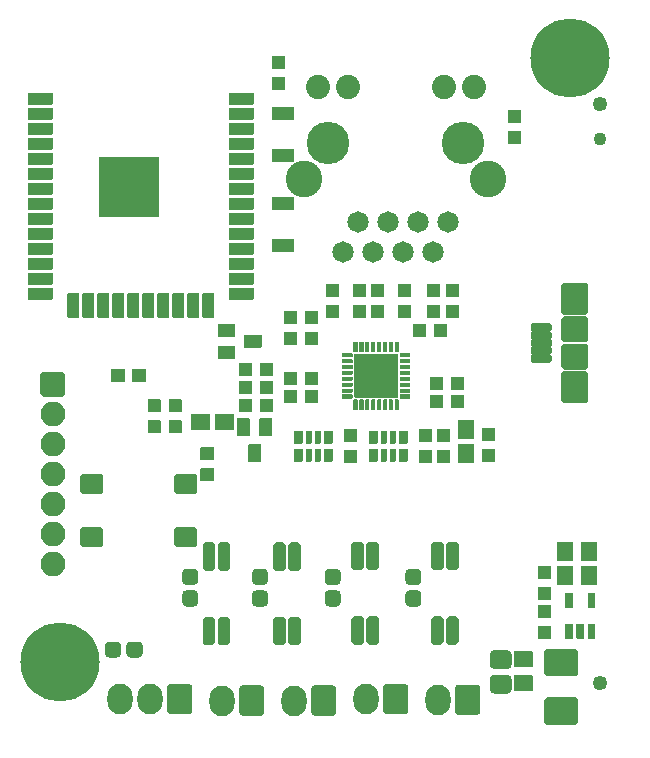
<source format=gbr>
G04 #@! TF.GenerationSoftware,KiCad,Pcbnew,(5.1.10)-1*
G04 #@! TF.CreationDate,2021-08-27T22:23:48-03:00*
G04 #@! TF.ProjectId,ESP32-GATEWAY_Rev_F,45535033-322d-4474-9154-455741595f52,F*
G04 #@! TF.SameCoordinates,Original*
G04 #@! TF.FileFunction,Soldermask,Top*
G04 #@! TF.FilePolarity,Negative*
%FSLAX46Y46*%
G04 Gerber Fmt 4.6, Leading zero omitted, Abs format (unit mm)*
G04 Created by KiCad (PCBNEW (5.1.10)-1) date 2021-08-27 22:23:48*
%MOMM*%
%LPD*%
G01*
G04 APERTURE LIST*
%ADD10O,2.140000X2.590000*%
%ADD11O,2.100000X2.100000*%
%ADD12C,1.810000*%
%ADD13C,2.050000*%
%ADD14C,3.100000*%
%ADD15C,3.600000*%
%ADD16C,1.101600*%
%ADD17C,1.600000*%
%ADD18C,6.700000*%
%ADD19C,2.101600*%
%ADD20C,1.254000*%
G04 APERTURE END LIST*
G36*
G01*
X84538500Y-115753300D02*
X83863500Y-115753300D01*
G75*
G02*
X83526000Y-115415800I0J337500D01*
G01*
X83526000Y-114715800D01*
G75*
G02*
X83863500Y-114378300I337500J0D01*
G01*
X84538500Y-114378300D01*
G75*
G02*
X84876000Y-114715800I0J-337500D01*
G01*
X84876000Y-115415800D01*
G75*
G02*
X84538500Y-115753300I-337500J0D01*
G01*
G37*
G36*
G01*
X84538500Y-117578300D02*
X83863500Y-117578300D01*
G75*
G02*
X83526000Y-117240800I0J337500D01*
G01*
X83526000Y-116540800D01*
G75*
G02*
X83863500Y-116203300I337500J0D01*
G01*
X84538500Y-116203300D01*
G75*
G02*
X84876000Y-116540800I0J-337500D01*
G01*
X84876000Y-117240800D01*
G75*
G02*
X84538500Y-117578300I-337500J0D01*
G01*
G37*
D10*
X86868000Y-125539500D03*
G36*
G01*
X90478000Y-124551970D02*
X90478000Y-126527030D01*
G75*
G02*
X90170530Y-126834500I-307470J0D01*
G01*
X88645470Y-126834500D01*
G75*
G02*
X88338000Y-126527030I0J307470D01*
G01*
X88338000Y-124551970D01*
G75*
G02*
X88645470Y-124244500I307470J0D01*
G01*
X90170530Y-124244500D01*
G75*
G02*
X90478000Y-124551970I0J-307470D01*
G01*
G37*
G36*
G01*
X86108500Y-120847500D02*
X85468500Y-120847500D01*
G75*
G02*
X85268500Y-120647500I0J200000D01*
G01*
X85268500Y-118647500D01*
G75*
G02*
X85468500Y-118447500I200000J0D01*
G01*
X86108500Y-118447500D01*
G75*
G02*
X86308500Y-118647500I0J-200000D01*
G01*
X86308500Y-120647500D01*
G75*
G02*
X86108500Y-120847500I-200000J0D01*
G01*
G37*
G36*
G01*
X87378500Y-120847500D02*
X86738500Y-120847500D01*
G75*
G02*
X86538500Y-120647500I0J200000D01*
G01*
X86538500Y-118647500D01*
G75*
G02*
X86738500Y-118447500I200000J0D01*
G01*
X87378500Y-118447500D01*
G75*
G02*
X87578500Y-118647500I0J-200000D01*
G01*
X87578500Y-120647500D01*
G75*
G02*
X87378500Y-120847500I-200000J0D01*
G01*
G37*
G36*
G01*
X87378500Y-114547500D02*
X86738500Y-114547500D01*
G75*
G02*
X86538500Y-114347500I0J200000D01*
G01*
X86538500Y-112347500D01*
G75*
G02*
X86738500Y-112147500I200000J0D01*
G01*
X87378500Y-112147500D01*
G75*
G02*
X87578500Y-112347500I0J-200000D01*
G01*
X87578500Y-114347500D01*
G75*
G02*
X87378500Y-114547500I-200000J0D01*
G01*
G37*
G36*
G01*
X86108500Y-114547500D02*
X85468500Y-114547500D01*
G75*
G02*
X85268500Y-114347500I0J200000D01*
G01*
X85268500Y-112347500D01*
G75*
G02*
X85468500Y-112147500I200000J0D01*
G01*
X86108500Y-112147500D01*
G75*
G02*
X86308500Y-112347500I0J-200000D01*
G01*
X86308500Y-114347500D01*
G75*
G02*
X86108500Y-114547500I-200000J0D01*
G01*
G37*
G36*
G01*
X92077500Y-120847500D02*
X91437500Y-120847500D01*
G75*
G02*
X91237500Y-120647500I0J200000D01*
G01*
X91237500Y-118647500D01*
G75*
G02*
X91437500Y-118447500I200000J0D01*
G01*
X92077500Y-118447500D01*
G75*
G02*
X92277500Y-118647500I0J-200000D01*
G01*
X92277500Y-120647500D01*
G75*
G02*
X92077500Y-120847500I-200000J0D01*
G01*
G37*
G36*
G01*
X93347500Y-120847500D02*
X92707500Y-120847500D01*
G75*
G02*
X92507500Y-120647500I0J200000D01*
G01*
X92507500Y-118647500D01*
G75*
G02*
X92707500Y-118447500I200000J0D01*
G01*
X93347500Y-118447500D01*
G75*
G02*
X93547500Y-118647500I0J-200000D01*
G01*
X93547500Y-120647500D01*
G75*
G02*
X93347500Y-120847500I-200000J0D01*
G01*
G37*
G36*
G01*
X93347500Y-114547500D02*
X92707500Y-114547500D01*
G75*
G02*
X92507500Y-114347500I0J200000D01*
G01*
X92507500Y-112347500D01*
G75*
G02*
X92707500Y-112147500I200000J0D01*
G01*
X93347500Y-112147500D01*
G75*
G02*
X93547500Y-112347500I0J-200000D01*
G01*
X93547500Y-114347500D01*
G75*
G02*
X93347500Y-114547500I-200000J0D01*
G01*
G37*
G36*
G01*
X92077500Y-114547500D02*
X91437500Y-114547500D01*
G75*
G02*
X91237500Y-114347500I0J200000D01*
G01*
X91237500Y-112347500D01*
G75*
G02*
X91437500Y-112147500I200000J0D01*
G01*
X92077500Y-112147500D01*
G75*
G02*
X92277500Y-112347500I0J-200000D01*
G01*
X92277500Y-114347500D01*
G75*
G02*
X92077500Y-114547500I-200000J0D01*
G01*
G37*
G36*
G01*
X90444000Y-115753300D02*
X89769000Y-115753300D01*
G75*
G02*
X89431500Y-115415800I0J337500D01*
G01*
X89431500Y-114715800D01*
G75*
G02*
X89769000Y-114378300I337500J0D01*
G01*
X90444000Y-114378300D01*
G75*
G02*
X90781500Y-114715800I0J-337500D01*
G01*
X90781500Y-115415800D01*
G75*
G02*
X90444000Y-115753300I-337500J0D01*
G01*
G37*
G36*
G01*
X90444000Y-117578300D02*
X89769000Y-117578300D01*
G75*
G02*
X89431500Y-117240800I0J337500D01*
G01*
X89431500Y-116540800D01*
G75*
G02*
X89769000Y-116203300I337500J0D01*
G01*
X90444000Y-116203300D01*
G75*
G02*
X90781500Y-116540800I0J-337500D01*
G01*
X90781500Y-117240800D01*
G75*
G02*
X90444000Y-117578300I-337500J0D01*
G01*
G37*
X92964000Y-125539500D03*
G36*
G01*
X96574000Y-124551970D02*
X96574000Y-126527030D01*
G75*
G02*
X96266530Y-126834500I-307470J0D01*
G01*
X94741470Y-126834500D01*
G75*
G02*
X94434000Y-126527030I0J307470D01*
G01*
X94434000Y-124551970D01*
G75*
G02*
X94741470Y-124244500I307470J0D01*
G01*
X96266530Y-124244500D01*
G75*
G02*
X96574000Y-124551970I0J-307470D01*
G01*
G37*
G36*
G01*
X114370800Y-125276400D02*
X116870800Y-125276400D01*
G75*
G02*
X117070800Y-125476400I0J-200000D01*
G01*
X117070800Y-127376400D01*
G75*
G02*
X116870800Y-127576400I-200000J0D01*
G01*
X114370800Y-127576400D01*
G75*
G02*
X114170800Y-127376400I0J200000D01*
G01*
X114170800Y-125476400D01*
G75*
G02*
X114370800Y-125276400I200000J0D01*
G01*
G37*
G36*
G01*
X114370800Y-121176400D02*
X116870800Y-121176400D01*
G75*
G02*
X117070800Y-121376400I0J-200000D01*
G01*
X117070800Y-123276400D01*
G75*
G02*
X116870800Y-123476400I-200000J0D01*
G01*
X114370800Y-123476400D01*
G75*
G02*
X114170800Y-123276400I0J200000D01*
G01*
X114170800Y-121376400D01*
G75*
G02*
X114370800Y-121176400I200000J0D01*
G01*
G37*
G36*
G01*
X98694200Y-120809000D02*
X98054200Y-120809000D01*
G75*
G02*
X97854200Y-120609000I0J200000D01*
G01*
X97854200Y-118609000D01*
G75*
G02*
X98054200Y-118409000I200000J0D01*
G01*
X98694200Y-118409000D01*
G75*
G02*
X98894200Y-118609000I0J-200000D01*
G01*
X98894200Y-120609000D01*
G75*
G02*
X98694200Y-120809000I-200000J0D01*
G01*
G37*
G36*
G01*
X99964200Y-120809000D02*
X99324200Y-120809000D01*
G75*
G02*
X99124200Y-120609000I0J200000D01*
G01*
X99124200Y-118609000D01*
G75*
G02*
X99324200Y-118409000I200000J0D01*
G01*
X99964200Y-118409000D01*
G75*
G02*
X100164200Y-118609000I0J-200000D01*
G01*
X100164200Y-120609000D01*
G75*
G02*
X99964200Y-120809000I-200000J0D01*
G01*
G37*
G36*
G01*
X99964200Y-114509000D02*
X99324200Y-114509000D01*
G75*
G02*
X99124200Y-114309000I0J200000D01*
G01*
X99124200Y-112309000D01*
G75*
G02*
X99324200Y-112109000I200000J0D01*
G01*
X99964200Y-112109000D01*
G75*
G02*
X100164200Y-112309000I0J-200000D01*
G01*
X100164200Y-114309000D01*
G75*
G02*
X99964200Y-114509000I-200000J0D01*
G01*
G37*
G36*
G01*
X98694200Y-114509000D02*
X98054200Y-114509000D01*
G75*
G02*
X97854200Y-114309000I0J200000D01*
G01*
X97854200Y-112309000D01*
G75*
G02*
X98054200Y-112109000I200000J0D01*
G01*
X98694200Y-112109000D01*
G75*
G02*
X98894200Y-112309000I0J-200000D01*
G01*
X98894200Y-114309000D01*
G75*
G02*
X98694200Y-114509000I-200000J0D01*
G01*
G37*
G36*
G01*
X105450600Y-120809000D02*
X104810600Y-120809000D01*
G75*
G02*
X104610600Y-120609000I0J200000D01*
G01*
X104610600Y-118609000D01*
G75*
G02*
X104810600Y-118409000I200000J0D01*
G01*
X105450600Y-118409000D01*
G75*
G02*
X105650600Y-118609000I0J-200000D01*
G01*
X105650600Y-120609000D01*
G75*
G02*
X105450600Y-120809000I-200000J0D01*
G01*
G37*
G36*
G01*
X106720600Y-120809000D02*
X106080600Y-120809000D01*
G75*
G02*
X105880600Y-120609000I0J200000D01*
G01*
X105880600Y-118609000D01*
G75*
G02*
X106080600Y-118409000I200000J0D01*
G01*
X106720600Y-118409000D01*
G75*
G02*
X106920600Y-118609000I0J-200000D01*
G01*
X106920600Y-120609000D01*
G75*
G02*
X106720600Y-120809000I-200000J0D01*
G01*
G37*
G36*
G01*
X106720600Y-114509000D02*
X106080600Y-114509000D01*
G75*
G02*
X105880600Y-114309000I0J200000D01*
G01*
X105880600Y-112309000D01*
G75*
G02*
X106080600Y-112109000I200000J0D01*
G01*
X106720600Y-112109000D01*
G75*
G02*
X106920600Y-112309000I0J-200000D01*
G01*
X106920600Y-114309000D01*
G75*
G02*
X106720600Y-114509000I-200000J0D01*
G01*
G37*
G36*
G01*
X105450600Y-114509000D02*
X104810600Y-114509000D01*
G75*
G02*
X104610600Y-114309000I0J200000D01*
G01*
X104610600Y-112309000D01*
G75*
G02*
X104810600Y-112109000I200000J0D01*
G01*
X105450600Y-112109000D01*
G75*
G02*
X105650600Y-112309000I0J-200000D01*
G01*
X105650600Y-114309000D01*
G75*
G02*
X105450600Y-114509000I-200000J0D01*
G01*
G37*
G36*
G01*
X96603500Y-115753300D02*
X95928500Y-115753300D01*
G75*
G02*
X95591000Y-115415800I0J337500D01*
G01*
X95591000Y-114715800D01*
G75*
G02*
X95928500Y-114378300I337500J0D01*
G01*
X96603500Y-114378300D01*
G75*
G02*
X96941000Y-114715800I0J-337500D01*
G01*
X96941000Y-115415800D01*
G75*
G02*
X96603500Y-115753300I-337500J0D01*
G01*
G37*
G36*
G01*
X96603500Y-117578300D02*
X95928500Y-117578300D01*
G75*
G02*
X95591000Y-117240800I0J337500D01*
G01*
X95591000Y-116540800D01*
G75*
G02*
X95928500Y-116203300I337500J0D01*
G01*
X96603500Y-116203300D01*
G75*
G02*
X96941000Y-116540800I0J-337500D01*
G01*
X96941000Y-117240800D01*
G75*
G02*
X96603500Y-117578300I-337500J0D01*
G01*
G37*
G36*
G01*
X103436100Y-115753300D02*
X102761100Y-115753300D01*
G75*
G02*
X102423600Y-115415800I0J337500D01*
G01*
X102423600Y-114715800D01*
G75*
G02*
X102761100Y-114378300I337500J0D01*
G01*
X103436100Y-114378300D01*
G75*
G02*
X103773600Y-114715800I0J-337500D01*
G01*
X103773600Y-115415800D01*
G75*
G02*
X103436100Y-115753300I-337500J0D01*
G01*
G37*
G36*
G01*
X103436100Y-117578300D02*
X102761100Y-117578300D01*
G75*
G02*
X102423600Y-117240800I0J337500D01*
G01*
X102423600Y-116540800D01*
G75*
G02*
X102761100Y-116203300I337500J0D01*
G01*
X103436100Y-116203300D01*
G75*
G02*
X103773600Y-116540800I0J-337500D01*
G01*
X103773600Y-117240800D01*
G75*
G02*
X103436100Y-117578300I-337500J0D01*
G01*
G37*
G36*
G01*
X111079894Y-122863800D02*
X109900106Y-122863800D01*
G75*
G02*
X109565000Y-122528694I0J335106D01*
G01*
X109565000Y-121623906D01*
G75*
G02*
X109900106Y-121288800I335106J0D01*
G01*
X111079894Y-121288800D01*
G75*
G02*
X111415000Y-121623906I0J-335106D01*
G01*
X111415000Y-122528694D01*
G75*
G02*
X111079894Y-122863800I-335106J0D01*
G01*
G37*
G36*
G01*
X111079894Y-124938800D02*
X109900106Y-124938800D01*
G75*
G02*
X109565000Y-124603694I0J335106D01*
G01*
X109565000Y-123698906D01*
G75*
G02*
X109900106Y-123363800I335106J0D01*
G01*
X111079894Y-123363800D01*
G75*
G02*
X111415000Y-123698906I0J-335106D01*
G01*
X111415000Y-124603694D01*
G75*
G02*
X111079894Y-124938800I-335106J0D01*
G01*
G37*
G36*
G01*
X82862600Y-112348600D02*
X82862600Y-111048600D01*
G75*
G02*
X83062600Y-110848600I200000J0D01*
G01*
X84612600Y-110848600D01*
G75*
G02*
X84812600Y-111048600I0J-200000D01*
G01*
X84812600Y-112348600D01*
G75*
G02*
X84612600Y-112548600I-200000J0D01*
G01*
X83062600Y-112548600D01*
G75*
G02*
X82862600Y-112348600I0J200000D01*
G01*
G37*
G36*
G01*
X82862600Y-107848600D02*
X82862600Y-106548600D01*
G75*
G02*
X83062600Y-106348600I200000J0D01*
G01*
X84612600Y-106348600D01*
G75*
G02*
X84812600Y-106548600I0J-200000D01*
G01*
X84812600Y-107848600D01*
G75*
G02*
X84612600Y-108048600I-200000J0D01*
G01*
X83062600Y-108048600D01*
G75*
G02*
X82862600Y-107848600I0J200000D01*
G01*
G37*
G36*
G01*
X74902600Y-107848600D02*
X74902600Y-106548600D01*
G75*
G02*
X75102600Y-106348600I200000J0D01*
G01*
X76652600Y-106348600D01*
G75*
G02*
X76852600Y-106548600I0J-200000D01*
G01*
X76852600Y-107848600D01*
G75*
G02*
X76652600Y-108048600I-200000J0D01*
G01*
X75102600Y-108048600D01*
G75*
G02*
X74902600Y-107848600I0J200000D01*
G01*
G37*
G36*
G01*
X74902600Y-112348600D02*
X74902600Y-111048600D01*
G75*
G02*
X75102600Y-110848600I200000J0D01*
G01*
X76652600Y-110848600D01*
G75*
G02*
X76852600Y-111048600I0J-200000D01*
G01*
X76852600Y-112348600D01*
G75*
G02*
X76652600Y-112548600I-200000J0D01*
G01*
X75102600Y-112548600D01*
G75*
G02*
X74902600Y-112348600I0J200000D01*
G01*
G37*
G36*
G01*
X78798000Y-121559000D02*
X78798000Y-120884000D01*
G75*
G02*
X79135500Y-120546500I337500J0D01*
G01*
X79835500Y-120546500D01*
G75*
G02*
X80173000Y-120884000I0J-337500D01*
G01*
X80173000Y-121559000D01*
G75*
G02*
X79835500Y-121896500I-337500J0D01*
G01*
X79135500Y-121896500D01*
G75*
G02*
X78798000Y-121559000I0J337500D01*
G01*
G37*
G36*
G01*
X76973000Y-121559000D02*
X76973000Y-120884000D01*
G75*
G02*
X77310500Y-120546500I337500J0D01*
G01*
X78010500Y-120546500D01*
G75*
G02*
X78348000Y-120884000I0J-337500D01*
G01*
X78348000Y-121559000D01*
G75*
G02*
X78010500Y-121896500I-337500J0D01*
G01*
X77310500Y-121896500D01*
G75*
G02*
X76973000Y-121559000I0J337500D01*
G01*
G37*
D11*
X72567800Y-113995200D03*
X72567800Y-111455200D03*
X72567800Y-108915200D03*
X72567800Y-106375200D03*
X72567800Y-103835200D03*
X72567800Y-101295200D03*
G36*
G01*
X71517800Y-99605200D02*
X71517800Y-97905200D01*
G75*
G02*
X71717800Y-97705200I200000J0D01*
G01*
X73417800Y-97705200D01*
G75*
G02*
X73617800Y-97905200I0J-200000D01*
G01*
X73617800Y-99605200D01*
G75*
G02*
X73417800Y-99805200I-200000J0D01*
G01*
X71717800Y-99805200D01*
G75*
G02*
X71517800Y-99605200I0J200000D01*
G01*
G37*
D10*
X78232000Y-125412500D03*
X80772000Y-125412500D03*
G36*
G01*
X84382000Y-124424970D02*
X84382000Y-126400030D01*
G75*
G02*
X84074530Y-126707500I-307470J0D01*
G01*
X82549470Y-126707500D01*
G75*
G02*
X82242000Y-126400030I0J307470D01*
G01*
X82242000Y-124424970D01*
G75*
G02*
X82549470Y-124117500I307470J0D01*
G01*
X84074530Y-124117500D01*
G75*
G02*
X84382000Y-124424970I0J-307470D01*
G01*
G37*
X99060000Y-125412500D03*
G36*
G01*
X102670000Y-124424970D02*
X102670000Y-126400030D01*
G75*
G02*
X102362530Y-126707500I-307470J0D01*
G01*
X100837470Y-126707500D01*
G75*
G02*
X100530000Y-126400030I0J307470D01*
G01*
X100530000Y-124424970D01*
G75*
G02*
X100837470Y-124117500I307470J0D01*
G01*
X102362530Y-124117500D01*
G75*
G02*
X102670000Y-124424970I0J-307470D01*
G01*
G37*
X105156000Y-125476000D03*
G36*
G01*
X108766000Y-124488470D02*
X108766000Y-126463530D01*
G75*
G02*
X108458530Y-126771000I-307470J0D01*
G01*
X106933470Y-126771000D01*
G75*
G02*
X106626000Y-126463530I0J307470D01*
G01*
X106626000Y-124488470D01*
G75*
G02*
X106933470Y-124181000I307470J0D01*
G01*
X108458530Y-124181000D01*
G75*
G02*
X108766000Y-124488470I0J-307470D01*
G01*
G37*
G36*
G01*
X114618400Y-96962700D02*
X113218400Y-96962700D01*
G75*
G02*
X113018400Y-96762700I0J200000D01*
G01*
X113018400Y-96362700D01*
G75*
G02*
X113218400Y-96162700I200000J0D01*
G01*
X114618400Y-96162700D01*
G75*
G02*
X114818400Y-96362700I0J-200000D01*
G01*
X114818400Y-96762700D01*
G75*
G02*
X114618400Y-96962700I-200000J0D01*
G01*
G37*
G36*
G01*
X114618400Y-96312700D02*
X113218400Y-96312700D01*
G75*
G02*
X113018400Y-96112700I0J200000D01*
G01*
X113018400Y-95712700D01*
G75*
G02*
X113218400Y-95512700I200000J0D01*
G01*
X114618400Y-95512700D01*
G75*
G02*
X114818400Y-95712700I0J-200000D01*
G01*
X114818400Y-96112700D01*
G75*
G02*
X114618400Y-96312700I-200000J0D01*
G01*
G37*
G36*
G01*
X114618400Y-95662700D02*
X113218400Y-95662700D01*
G75*
G02*
X113018400Y-95462700I0J200000D01*
G01*
X113018400Y-95062700D01*
G75*
G02*
X113218400Y-94862700I200000J0D01*
G01*
X114618400Y-94862700D01*
G75*
G02*
X114818400Y-95062700I0J-200000D01*
G01*
X114818400Y-95462700D01*
G75*
G02*
X114618400Y-95662700I-200000J0D01*
G01*
G37*
G36*
G01*
X114618400Y-95012700D02*
X113218400Y-95012700D01*
G75*
G02*
X113018400Y-94812700I0J200000D01*
G01*
X113018400Y-94412700D01*
G75*
G02*
X113218400Y-94212700I200000J0D01*
G01*
X114618400Y-94212700D01*
G75*
G02*
X114818400Y-94412700I0J-200000D01*
G01*
X114818400Y-94812700D01*
G75*
G02*
X114618400Y-95012700I-200000J0D01*
G01*
G37*
G36*
G01*
X114618400Y-94362700D02*
X113218400Y-94362700D01*
G75*
G02*
X113018400Y-94162700I0J200000D01*
G01*
X113018400Y-93762700D01*
G75*
G02*
X113218400Y-93562700I200000J0D01*
G01*
X114618400Y-93562700D01*
G75*
G02*
X114818400Y-93762700I0J-200000D01*
G01*
X114818400Y-94162700D01*
G75*
G02*
X114618400Y-94362700I-200000J0D01*
G01*
G37*
G36*
G01*
X117718400Y-100362700D02*
X115818400Y-100362700D01*
G75*
G02*
X115618400Y-100162700I0J200000D01*
G01*
X115618400Y-97862700D01*
G75*
G02*
X115818400Y-97662700I200000J0D01*
G01*
X117718400Y-97662700D01*
G75*
G02*
X117918400Y-97862700I0J-200000D01*
G01*
X117918400Y-100162700D01*
G75*
G02*
X117718400Y-100362700I-200000J0D01*
G01*
G37*
G36*
G01*
X117718400Y-92862700D02*
X115818400Y-92862700D01*
G75*
G02*
X115618400Y-92662700I0J200000D01*
G01*
X115618400Y-90362700D01*
G75*
G02*
X115818400Y-90162700I200000J0D01*
G01*
X117718400Y-90162700D01*
G75*
G02*
X117918400Y-90362700I0J-200000D01*
G01*
X117918400Y-92662700D01*
G75*
G02*
X117718400Y-92862700I-200000J0D01*
G01*
G37*
G36*
G01*
X117718400Y-97512700D02*
X115818400Y-97512700D01*
G75*
G02*
X115618400Y-97312700I0J200000D01*
G01*
X115618400Y-95512700D01*
G75*
G02*
X115818400Y-95312700I200000J0D01*
G01*
X117718400Y-95312700D01*
G75*
G02*
X117918400Y-95512700I0J-200000D01*
G01*
X117918400Y-97312700D01*
G75*
G02*
X117718400Y-97512700I-200000J0D01*
G01*
G37*
G36*
G01*
X117718400Y-95212700D02*
X115818400Y-95212700D01*
G75*
G02*
X115618400Y-95012700I0J200000D01*
G01*
X115618400Y-93212700D01*
G75*
G02*
X115818400Y-93012700I200000J0D01*
G01*
X117718400Y-93012700D01*
G75*
G02*
X117918400Y-93212700I0J-200000D01*
G01*
X117918400Y-95012700D01*
G75*
G02*
X117718400Y-95212700I-200000J0D01*
G01*
G37*
D12*
X106055000Y-85059000D03*
X104785000Y-87599000D03*
X103515000Y-85059000D03*
X102245000Y-87599000D03*
X100975000Y-85059000D03*
X99705000Y-87599000D03*
X98435000Y-85059000D03*
X97165000Y-87599000D03*
D13*
X97530000Y-73610500D03*
X108210000Y-73610500D03*
D14*
X109400000Y-81409000D03*
X93800000Y-81409000D03*
D13*
X94990000Y-73610500D03*
X105670000Y-73610500D03*
D15*
X107315000Y-78359000D03*
X95885000Y-78359000D03*
G36*
G01*
X89458800Y-97028000D02*
X89458800Y-98044000D01*
G75*
G02*
X89408000Y-98094800I-50800J0D01*
G01*
X88392000Y-98094800D01*
G75*
G02*
X88341200Y-98044000I0J50800D01*
G01*
X88341200Y-97028000D01*
G75*
G02*
X88392000Y-96977200I50800J0D01*
G01*
X89408000Y-96977200D01*
G75*
G02*
X89458800Y-97028000I0J-50800D01*
G01*
G37*
G36*
G01*
X91236800Y-97028000D02*
X91236800Y-98044000D01*
G75*
G02*
X91186000Y-98094800I-50800J0D01*
G01*
X90170000Y-98094800D01*
G75*
G02*
X90119200Y-98044000I0J50800D01*
G01*
X90119200Y-97028000D01*
G75*
G02*
X90170000Y-96977200I50800J0D01*
G01*
X91186000Y-96977200D01*
G75*
G02*
X91236800Y-97028000I0J-50800D01*
G01*
G37*
G36*
G01*
X84277200Y-102616000D02*
X84277200Y-101346000D01*
G75*
G02*
X84328000Y-101295200I50800J0D01*
G01*
X85852000Y-101295200D01*
G75*
G02*
X85902800Y-101346000I0J-50800D01*
G01*
X85902800Y-102616000D01*
G75*
G02*
X85852000Y-102666800I-50800J0D01*
G01*
X84328000Y-102666800D01*
G75*
G02*
X84277200Y-102616000I0J50800D01*
G01*
G37*
G36*
G01*
X86309200Y-102616000D02*
X86309200Y-101346000D01*
G75*
G02*
X86360000Y-101295200I50800J0D01*
G01*
X87884000Y-101295200D01*
G75*
G02*
X87934800Y-101346000I0J-50800D01*
G01*
X87934800Y-102616000D01*
G75*
G02*
X87884000Y-102666800I-50800J0D01*
G01*
X86360000Y-102666800D01*
G75*
G02*
X86309200Y-102616000I0J50800D01*
G01*
G37*
G36*
G01*
X90119199Y-99568000D02*
X90119199Y-98552000D01*
G75*
G02*
X90169999Y-98501200I50800J0D01*
G01*
X91185999Y-98501200D01*
G75*
G02*
X91236799Y-98552000I0J-50800D01*
G01*
X91236799Y-99568000D01*
G75*
G02*
X91185999Y-99618800I-50800J0D01*
G01*
X90169999Y-99618800D01*
G75*
G02*
X90119199Y-99568000I0J50800D01*
G01*
G37*
G36*
G01*
X88341199Y-99568000D02*
X88341199Y-98552000D01*
G75*
G02*
X88391999Y-98501200I50800J0D01*
G01*
X89407999Y-98501200D01*
G75*
G02*
X89458799Y-98552000I0J-50800D01*
G01*
X89458799Y-99568000D01*
G75*
G02*
X89407999Y-99618800I-50800J0D01*
G01*
X88391999Y-99618800D01*
G75*
G02*
X88341199Y-99568000I0J50800D01*
G01*
G37*
G36*
G01*
X88035360Y-93673040D02*
X88035360Y-94673040D01*
G75*
G02*
X87984560Y-94723840I-50800J0D01*
G01*
X86584560Y-94723840D01*
G75*
G02*
X86533760Y-94673040I0J50800D01*
G01*
X86533760Y-93673040D01*
G75*
G02*
X86584560Y-93622240I50800J0D01*
G01*
X87984560Y-93622240D01*
G75*
G02*
X88035360Y-93673040I0J-50800D01*
G01*
G37*
G36*
G01*
X88035360Y-95575500D02*
X88035360Y-96575500D01*
G75*
G02*
X87984560Y-96626300I-50800J0D01*
G01*
X86584560Y-96626300D01*
G75*
G02*
X86533760Y-96575500I0J50800D01*
G01*
X86533760Y-95575500D01*
G75*
G02*
X86584560Y-95524700I50800J0D01*
G01*
X87984560Y-95524700D01*
G75*
G02*
X88035360Y-95575500I0J-50800D01*
G01*
G37*
G36*
G01*
X90245160Y-94620460D02*
X90245160Y-95620460D01*
G75*
G02*
X90194360Y-95671260I-50800J0D01*
G01*
X88794360Y-95671260D01*
G75*
G02*
X88743560Y-95620460I0J50800D01*
G01*
X88743560Y-94620460D01*
G75*
G02*
X88794360Y-94569660I50800J0D01*
G01*
X90194360Y-94569660D01*
G75*
G02*
X90245160Y-94620460I0J-50800D01*
G01*
G37*
G36*
G01*
X90119199Y-101092000D02*
X90119199Y-100076000D01*
G75*
G02*
X90169999Y-100025200I50800J0D01*
G01*
X91185999Y-100025200D01*
G75*
G02*
X91236799Y-100076000I0J-50800D01*
G01*
X91236799Y-101092000D01*
G75*
G02*
X91185999Y-101142800I-50800J0D01*
G01*
X90169999Y-101142800D01*
G75*
G02*
X90119199Y-101092000I0J50800D01*
G01*
G37*
G36*
G01*
X88341199Y-101092000D02*
X88341199Y-100076000D01*
G75*
G02*
X88391999Y-100025200I50800J0D01*
G01*
X89407999Y-100025200D01*
G75*
G02*
X89458799Y-100076000I0J-50800D01*
G01*
X89458799Y-101092000D01*
G75*
G02*
X89407999Y-101142800I-50800J0D01*
G01*
X88391999Y-101142800D01*
G75*
G02*
X88341199Y-101092000I0J50800D01*
G01*
G37*
G36*
G01*
X91111960Y-103148360D02*
X90111960Y-103148360D01*
G75*
G02*
X90061160Y-103097560I0J50800D01*
G01*
X90061160Y-101697560D01*
G75*
G02*
X90111960Y-101646760I50800J0D01*
G01*
X91111960Y-101646760D01*
G75*
G02*
X91162760Y-101697560I0J-50800D01*
G01*
X91162760Y-103097560D01*
G75*
G02*
X91111960Y-103148360I-50800J0D01*
G01*
G37*
G36*
G01*
X89209500Y-103148360D02*
X88209500Y-103148360D01*
G75*
G02*
X88158700Y-103097560I0J50800D01*
G01*
X88158700Y-101697560D01*
G75*
G02*
X88209500Y-101646760I50800J0D01*
G01*
X89209500Y-101646760D01*
G75*
G02*
X89260300Y-101697560I0J-50800D01*
G01*
X89260300Y-103097560D01*
G75*
G02*
X89209500Y-103148360I-50800J0D01*
G01*
G37*
G36*
G01*
X90164540Y-105358160D02*
X89164540Y-105358160D01*
G75*
G02*
X89113740Y-105307360I0J50800D01*
G01*
X89113740Y-103907360D01*
G75*
G02*
X89164540Y-103856560I50800J0D01*
G01*
X90164540Y-103856560D01*
G75*
G02*
X90215340Y-103907360I0J-50800D01*
G01*
X90215340Y-105307360D01*
G75*
G02*
X90164540Y-105358160I-50800J0D01*
G01*
G37*
G36*
G01*
X86133940Y-105186480D02*
X85117940Y-105186480D01*
G75*
G02*
X85067140Y-105135680I0J50800D01*
G01*
X85067140Y-104119680D01*
G75*
G02*
X85117940Y-104068880I50800J0D01*
G01*
X86133940Y-104068880D01*
G75*
G02*
X86184740Y-104119680I0J-50800D01*
G01*
X86184740Y-105135680D01*
G75*
G02*
X86133940Y-105186480I-50800J0D01*
G01*
G37*
G36*
G01*
X86133940Y-106964480D02*
X85117940Y-106964480D01*
G75*
G02*
X85067140Y-106913680I0J50800D01*
G01*
X85067140Y-105897680D01*
G75*
G02*
X85117940Y-105846880I50800J0D01*
G01*
X86133940Y-105846880D01*
G75*
G02*
X86184740Y-105897680I0J-50800D01*
G01*
X86184740Y-106913680D01*
G75*
G02*
X86133940Y-106964480I-50800J0D01*
G01*
G37*
G36*
G01*
X115316000Y-114122200D02*
X116586000Y-114122200D01*
G75*
G02*
X116636800Y-114173000I0J-50800D01*
G01*
X116636800Y-115697000D01*
G75*
G02*
X116586000Y-115747800I-50800J0D01*
G01*
X115316000Y-115747800D01*
G75*
G02*
X115265200Y-115697000I0J50800D01*
G01*
X115265200Y-114173000D01*
G75*
G02*
X115316000Y-114122200I50800J0D01*
G01*
G37*
G36*
G01*
X117348000Y-114122200D02*
X118618000Y-114122200D01*
G75*
G02*
X118668800Y-114173000I0J-50800D01*
G01*
X118668800Y-115697000D01*
G75*
G02*
X118618000Y-115747800I-50800J0D01*
G01*
X117348000Y-115747800D01*
G75*
G02*
X117297200Y-115697000I0J50800D01*
G01*
X117297200Y-114173000D01*
G75*
G02*
X117348000Y-114122200I50800J0D01*
G01*
G37*
G36*
G01*
X115316000Y-112090200D02*
X116586000Y-112090200D01*
G75*
G02*
X116636800Y-112141000I0J-50800D01*
G01*
X116636800Y-113665000D01*
G75*
G02*
X116586000Y-113715800I-50800J0D01*
G01*
X115316000Y-113715800D01*
G75*
G02*
X115265200Y-113665000I0J50800D01*
G01*
X115265200Y-112141000D01*
G75*
G02*
X115316000Y-112090200I50800J0D01*
G01*
G37*
G36*
G01*
X117348000Y-112090200D02*
X118618000Y-112090200D01*
G75*
G02*
X118668800Y-112141000I0J-50800D01*
G01*
X118668800Y-113665000D01*
G75*
G02*
X118618000Y-113715800I-50800J0D01*
G01*
X117348000Y-113715800D01*
G75*
G02*
X117297200Y-113665000I0J50800D01*
G01*
X117297200Y-112141000D01*
G75*
G02*
X117348000Y-112090200I50800J0D01*
G01*
G37*
G36*
G01*
X114681000Y-115239800D02*
X113665000Y-115239800D01*
G75*
G02*
X113614200Y-115189000I0J50800D01*
G01*
X113614200Y-114173000D01*
G75*
G02*
X113665000Y-114122200I50800J0D01*
G01*
X114681000Y-114122200D01*
G75*
G02*
X114731800Y-114173000I0J-50800D01*
G01*
X114731800Y-115189000D01*
G75*
G02*
X114681000Y-115239800I-50800J0D01*
G01*
G37*
G36*
G01*
X114681000Y-117017800D02*
X113665000Y-117017800D01*
G75*
G02*
X113614200Y-116967000I0J50800D01*
G01*
X113614200Y-115951000D01*
G75*
G02*
X113665000Y-115900200I50800J0D01*
G01*
X114681000Y-115900200D01*
G75*
G02*
X114731800Y-115951000I0J-50800D01*
G01*
X114731800Y-116967000D01*
G75*
G02*
X114681000Y-117017800I-50800J0D01*
G01*
G37*
G36*
G01*
X113665000Y-119202200D02*
X114681000Y-119202200D01*
G75*
G02*
X114731800Y-119253000I0J-50800D01*
G01*
X114731800Y-120269000D01*
G75*
G02*
X114681000Y-120319800I-50800J0D01*
G01*
X113665000Y-120319800D01*
G75*
G02*
X113614200Y-120269000I0J50800D01*
G01*
X113614200Y-119253000D01*
G75*
G02*
X113665000Y-119202200I50800J0D01*
G01*
G37*
G36*
G01*
X113665000Y-117424200D02*
X114681000Y-117424200D01*
G75*
G02*
X114731800Y-117475000I0J-50800D01*
G01*
X114731800Y-118491000D01*
G75*
G02*
X114681000Y-118541800I-50800J0D01*
G01*
X113665000Y-118541800D01*
G75*
G02*
X113614200Y-118491000I0J50800D01*
G01*
X113614200Y-117475000D01*
G75*
G02*
X113665000Y-117424200I50800J0D01*
G01*
G37*
G36*
G01*
X82423000Y-101803200D02*
X83439000Y-101803200D01*
G75*
G02*
X83489800Y-101854000I0J-50800D01*
G01*
X83489800Y-102870000D01*
G75*
G02*
X83439000Y-102920800I-50800J0D01*
G01*
X82423000Y-102920800D01*
G75*
G02*
X82372200Y-102870000I0J50800D01*
G01*
X82372200Y-101854000D01*
G75*
G02*
X82423000Y-101803200I50800J0D01*
G01*
G37*
G36*
G01*
X82423000Y-100025200D02*
X83439000Y-100025200D01*
G75*
G02*
X83489800Y-100076000I0J-50800D01*
G01*
X83489800Y-101092000D01*
G75*
G02*
X83439000Y-101142800I-50800J0D01*
G01*
X82423000Y-101142800D01*
G75*
G02*
X82372200Y-101092000I0J50800D01*
G01*
X82372200Y-100076000D01*
G75*
G02*
X82423000Y-100025200I50800J0D01*
G01*
G37*
G36*
G01*
X92964000Y-76377800D02*
X91186000Y-76377800D01*
G75*
G02*
X91135200Y-76327000I0J50800D01*
G01*
X91135200Y-75311000D01*
G75*
G02*
X91186000Y-75260200I50800J0D01*
G01*
X92964000Y-75260200D01*
G75*
G02*
X93014800Y-75311000I0J-50800D01*
G01*
X93014800Y-76327000D01*
G75*
G02*
X92964000Y-76377800I-50800J0D01*
G01*
G37*
G36*
G01*
X92964000Y-79933800D02*
X91186000Y-79933800D01*
G75*
G02*
X91135200Y-79883000I0J50800D01*
G01*
X91135200Y-78867000D01*
G75*
G02*
X91186000Y-78816200I50800J0D01*
G01*
X92964000Y-78816200D01*
G75*
G02*
X93014800Y-78867000I0J-50800D01*
G01*
X93014800Y-79883000D01*
G75*
G02*
X92964000Y-79933800I-50800J0D01*
G01*
G37*
G36*
G01*
X91186000Y-86436200D02*
X92964000Y-86436200D01*
G75*
G02*
X93014800Y-86487000I0J-50800D01*
G01*
X93014800Y-87503000D01*
G75*
G02*
X92964000Y-87553800I-50800J0D01*
G01*
X91186000Y-87553800D01*
G75*
G02*
X91135200Y-87503000I0J50800D01*
G01*
X91135200Y-86487000D01*
G75*
G02*
X91186000Y-86436200I50800J0D01*
G01*
G37*
G36*
G01*
X91186000Y-82880200D02*
X92964000Y-82880200D01*
G75*
G02*
X93014800Y-82931000I0J-50800D01*
G01*
X93014800Y-83947000D01*
G75*
G02*
X92964000Y-83997800I-50800J0D01*
G01*
X91186000Y-83997800D01*
G75*
G02*
X91135200Y-83947000I0J50800D01*
G01*
X91135200Y-82931000D01*
G75*
G02*
X91186000Y-82880200I50800J0D01*
G01*
G37*
G36*
G01*
X93268800Y-92583000D02*
X93268800Y-93599000D01*
G75*
G02*
X93218000Y-93649800I-50800J0D01*
G01*
X92202000Y-93649800D01*
G75*
G02*
X92151200Y-93599000I0J50800D01*
G01*
X92151200Y-92583000D01*
G75*
G02*
X92202000Y-92532200I50800J0D01*
G01*
X93218000Y-92532200D01*
G75*
G02*
X93268800Y-92583000I0J-50800D01*
G01*
G37*
G36*
G01*
X95046800Y-92583000D02*
X95046800Y-93599000D01*
G75*
G02*
X94996000Y-93649800I-50800J0D01*
G01*
X93980000Y-93649800D01*
G75*
G02*
X93929200Y-93599000I0J50800D01*
G01*
X93929200Y-92583000D01*
G75*
G02*
X93980000Y-92532200I50800J0D01*
G01*
X94996000Y-92532200D01*
G75*
G02*
X95046800Y-92583000I0J-50800D01*
G01*
G37*
G36*
G01*
X106248200Y-100711000D02*
X106248200Y-99695000D01*
G75*
G02*
X106299000Y-99644200I50800J0D01*
G01*
X107315000Y-99644200D01*
G75*
G02*
X107365800Y-99695000I0J-50800D01*
G01*
X107365800Y-100711000D01*
G75*
G02*
X107315000Y-100761800I-50800J0D01*
G01*
X106299000Y-100761800D01*
G75*
G02*
X106248200Y-100711000I0J50800D01*
G01*
G37*
G36*
G01*
X104470200Y-100711000D02*
X104470200Y-99695000D01*
G75*
G02*
X104521000Y-99644200I50800J0D01*
G01*
X105537000Y-99644200D01*
G75*
G02*
X105587800Y-99695000I0J-50800D01*
G01*
X105587800Y-100711000D01*
G75*
G02*
X105537000Y-100761800I-50800J0D01*
G01*
X104521000Y-100761800D01*
G75*
G02*
X104470200Y-100711000I0J50800D01*
G01*
G37*
G36*
G01*
X99568000Y-92024200D02*
X100584000Y-92024200D01*
G75*
G02*
X100634800Y-92075000I0J-50800D01*
G01*
X100634800Y-93091000D01*
G75*
G02*
X100584000Y-93141800I-50800J0D01*
G01*
X99568000Y-93141800D01*
G75*
G02*
X99517200Y-93091000I0J50800D01*
G01*
X99517200Y-92075000D01*
G75*
G02*
X99568000Y-92024200I50800J0D01*
G01*
G37*
G36*
G01*
X99568000Y-90246200D02*
X100584000Y-90246200D01*
G75*
G02*
X100634800Y-90297000I0J-50800D01*
G01*
X100634800Y-91313000D01*
G75*
G02*
X100584000Y-91363800I-50800J0D01*
G01*
X99568000Y-91363800D01*
G75*
G02*
X99517200Y-91313000I0J50800D01*
G01*
X99517200Y-90297000D01*
G75*
G02*
X99568000Y-90246200I50800J0D01*
G01*
G37*
G36*
G01*
X101854000Y-92024200D02*
X102870000Y-92024200D01*
G75*
G02*
X102920800Y-92075000I0J-50800D01*
G01*
X102920800Y-93091000D01*
G75*
G02*
X102870000Y-93141800I-50800J0D01*
G01*
X101854000Y-93141800D01*
G75*
G02*
X101803200Y-93091000I0J50800D01*
G01*
X101803200Y-92075000D01*
G75*
G02*
X101854000Y-92024200I50800J0D01*
G01*
G37*
G36*
G01*
X101854000Y-90246200D02*
X102870000Y-90246200D01*
G75*
G02*
X102920800Y-90297000I0J-50800D01*
G01*
X102920800Y-91313000D01*
G75*
G02*
X102870000Y-91363800I-50800J0D01*
G01*
X101854000Y-91363800D01*
G75*
G02*
X101803200Y-91313000I0J50800D01*
G01*
X101803200Y-90297000D01*
G75*
G02*
X101854000Y-90246200I50800J0D01*
G01*
G37*
G36*
G01*
X95758000Y-92024200D02*
X96774000Y-92024200D01*
G75*
G02*
X96824800Y-92075000I0J-50800D01*
G01*
X96824800Y-93091000D01*
G75*
G02*
X96774000Y-93141800I-50800J0D01*
G01*
X95758000Y-93141800D01*
G75*
G02*
X95707200Y-93091000I0J50800D01*
G01*
X95707200Y-92075000D01*
G75*
G02*
X95758000Y-92024200I50800J0D01*
G01*
G37*
G36*
G01*
X95758000Y-90246200D02*
X96774000Y-90246200D01*
G75*
G02*
X96824800Y-90297000I0J-50800D01*
G01*
X96824800Y-91313000D01*
G75*
G02*
X96774000Y-91363800I-50800J0D01*
G01*
X95758000Y-91363800D01*
G75*
G02*
X95707200Y-91313000I0J50800D01*
G01*
X95707200Y-90297000D01*
G75*
G02*
X95758000Y-90246200I50800J0D01*
G01*
G37*
G36*
G01*
X78643480Y-97502980D02*
X78643480Y-98518980D01*
G75*
G02*
X78592680Y-98569780I-50800J0D01*
G01*
X77576680Y-98569780D01*
G75*
G02*
X77525880Y-98518980I0J50800D01*
G01*
X77525880Y-97502980D01*
G75*
G02*
X77576680Y-97452180I50800J0D01*
G01*
X78592680Y-97452180D01*
G75*
G02*
X78643480Y-97502980I0J-50800D01*
G01*
G37*
G36*
G01*
X80421480Y-97502980D02*
X80421480Y-98518980D01*
G75*
G02*
X80370680Y-98569780I-50800J0D01*
G01*
X79354680Y-98569780D01*
G75*
G02*
X79303880Y-98518980I0J50800D01*
G01*
X79303880Y-97502980D01*
G75*
G02*
X79354680Y-97452180I50800J0D01*
G01*
X80370680Y-97452180D01*
G75*
G02*
X80421480Y-97502980I0J-50800D01*
G01*
G37*
G36*
G01*
X98044000Y-92024200D02*
X99060000Y-92024200D01*
G75*
G02*
X99110800Y-92075000I0J-50800D01*
G01*
X99110800Y-93091000D01*
G75*
G02*
X99060000Y-93141800I-50800J0D01*
G01*
X98044000Y-93141800D01*
G75*
G02*
X97993200Y-93091000I0J50800D01*
G01*
X97993200Y-92075000D01*
G75*
G02*
X98044000Y-92024200I50800J0D01*
G01*
G37*
G36*
G01*
X98044000Y-90246200D02*
X99060000Y-90246200D01*
G75*
G02*
X99110800Y-90297000I0J-50800D01*
G01*
X99110800Y-91313000D01*
G75*
G02*
X99060000Y-91363800I-50800J0D01*
G01*
X98044000Y-91363800D01*
G75*
G02*
X97993200Y-91313000I0J50800D01*
G01*
X97993200Y-90297000D01*
G75*
G02*
X98044000Y-90246200I50800J0D01*
G01*
G37*
G36*
G01*
X111125000Y-77292200D02*
X112141000Y-77292200D01*
G75*
G02*
X112191800Y-77343000I0J-50800D01*
G01*
X112191800Y-78359000D01*
G75*
G02*
X112141000Y-78409800I-50800J0D01*
G01*
X111125000Y-78409800D01*
G75*
G02*
X111074200Y-78359000I0J50800D01*
G01*
X111074200Y-77343000D01*
G75*
G02*
X111125000Y-77292200I50800J0D01*
G01*
G37*
G36*
G01*
X111125000Y-75514200D02*
X112141000Y-75514200D01*
G75*
G02*
X112191800Y-75565000I0J-50800D01*
G01*
X112191800Y-76581000D01*
G75*
G02*
X112141000Y-76631800I-50800J0D01*
G01*
X111125000Y-76631800D01*
G75*
G02*
X111074200Y-76581000I0J50800D01*
G01*
X111074200Y-75565000D01*
G75*
G02*
X111125000Y-75514200I50800J0D01*
G01*
G37*
G36*
G01*
X92202000Y-72059800D02*
X91186000Y-72059800D01*
G75*
G02*
X91135200Y-72009000I0J50800D01*
G01*
X91135200Y-70993000D01*
G75*
G02*
X91186000Y-70942200I50800J0D01*
G01*
X92202000Y-70942200D01*
G75*
G02*
X92252800Y-70993000I0J-50800D01*
G01*
X92252800Y-72009000D01*
G75*
G02*
X92202000Y-72059800I-50800J0D01*
G01*
G37*
G36*
G01*
X92202000Y-73837800D02*
X91186000Y-73837800D01*
G75*
G02*
X91135200Y-73787000I0J50800D01*
G01*
X91135200Y-72771000D01*
G75*
G02*
X91186000Y-72720200I50800J0D01*
G01*
X92202000Y-72720200D01*
G75*
G02*
X92252800Y-72771000I0J-50800D01*
G01*
X92252800Y-73787000D01*
G75*
G02*
X92202000Y-73837800I-50800J0D01*
G01*
G37*
G36*
G01*
X81661000Y-101142800D02*
X80645000Y-101142800D01*
G75*
G02*
X80594200Y-101092000I0J50800D01*
G01*
X80594200Y-100076000D01*
G75*
G02*
X80645000Y-100025200I50800J0D01*
G01*
X81661000Y-100025200D01*
G75*
G02*
X81711800Y-100076000I0J-50800D01*
G01*
X81711800Y-101092000D01*
G75*
G02*
X81661000Y-101142800I-50800J0D01*
G01*
G37*
G36*
G01*
X81661000Y-102920800D02*
X80645000Y-102920800D01*
G75*
G02*
X80594200Y-102870000I0J50800D01*
G01*
X80594200Y-101854000D01*
G75*
G02*
X80645000Y-101803200I50800J0D01*
G01*
X81661000Y-101803200D01*
G75*
G02*
X81711800Y-101854000I0J-50800D01*
G01*
X81711800Y-102870000D01*
G75*
G02*
X81661000Y-102920800I-50800J0D01*
G01*
G37*
D16*
X118872000Y-77978000D03*
G36*
G01*
X105587800Y-98171000D02*
X105587800Y-99187000D01*
G75*
G02*
X105537000Y-99237800I-50800J0D01*
G01*
X104521000Y-99237800D01*
G75*
G02*
X104470200Y-99187000I0J50800D01*
G01*
X104470200Y-98171000D01*
G75*
G02*
X104521000Y-98120200I50800J0D01*
G01*
X105537000Y-98120200D01*
G75*
G02*
X105587800Y-98171000I0J-50800D01*
G01*
G37*
G36*
G01*
X107365800Y-98171000D02*
X107365800Y-99187000D01*
G75*
G02*
X107315000Y-99237800I-50800J0D01*
G01*
X106299000Y-99237800D01*
G75*
G02*
X106248200Y-99187000I0J50800D01*
G01*
X106248200Y-98171000D01*
G75*
G02*
X106299000Y-98120200I50800J0D01*
G01*
X107315000Y-98120200D01*
G75*
G02*
X107365800Y-98171000I0J-50800D01*
G01*
G37*
G36*
G01*
X93268800Y-97790000D02*
X93268800Y-98806000D01*
G75*
G02*
X93218000Y-98856800I-50800J0D01*
G01*
X92202000Y-98856800D01*
G75*
G02*
X92151200Y-98806000I0J50800D01*
G01*
X92151200Y-97790000D01*
G75*
G02*
X92202000Y-97739200I50800J0D01*
G01*
X93218000Y-97739200D01*
G75*
G02*
X93268800Y-97790000I0J-50800D01*
G01*
G37*
G36*
G01*
X95046800Y-97790000D02*
X95046800Y-98806000D01*
G75*
G02*
X94996000Y-98856800I-50800J0D01*
G01*
X93980000Y-98856800D01*
G75*
G02*
X93929200Y-98806000I0J50800D01*
G01*
X93929200Y-97790000D01*
G75*
G02*
X93980000Y-97739200I50800J0D01*
G01*
X94996000Y-97739200D01*
G75*
G02*
X95046800Y-97790000I0J-50800D01*
G01*
G37*
G36*
G01*
X93268800Y-99314000D02*
X93268800Y-100330000D01*
G75*
G02*
X93218000Y-100380800I-50800J0D01*
G01*
X92202000Y-100380800D01*
G75*
G02*
X92151200Y-100330000I0J50800D01*
G01*
X92151200Y-99314000D01*
G75*
G02*
X92202000Y-99263200I50800J0D01*
G01*
X93218000Y-99263200D01*
G75*
G02*
X93268800Y-99314000I0J-50800D01*
G01*
G37*
G36*
G01*
X95046800Y-99314000D02*
X95046800Y-100330000D01*
G75*
G02*
X94996000Y-100380800I-50800J0D01*
G01*
X93980000Y-100380800D01*
G75*
G02*
X93929200Y-100330000I0J50800D01*
G01*
X93929200Y-99314000D01*
G75*
G02*
X93980000Y-99263200I50800J0D01*
G01*
X94996000Y-99263200D01*
G75*
G02*
X95046800Y-99314000I0J-50800D01*
G01*
G37*
G36*
G01*
X93268800Y-94361000D02*
X93268800Y-95377000D01*
G75*
G02*
X93218000Y-95427800I-50800J0D01*
G01*
X92202000Y-95427800D01*
G75*
G02*
X92151200Y-95377000I0J50800D01*
G01*
X92151200Y-94361000D01*
G75*
G02*
X92202000Y-94310200I50800J0D01*
G01*
X93218000Y-94310200D01*
G75*
G02*
X93268800Y-94361000I0J-50800D01*
G01*
G37*
G36*
G01*
X95046800Y-94361000D02*
X95046800Y-95377000D01*
G75*
G02*
X94996000Y-95427800I-50800J0D01*
G01*
X93980000Y-95427800D01*
G75*
G02*
X93929200Y-95377000I0J50800D01*
G01*
X93929200Y-94361000D01*
G75*
G02*
X93980000Y-94310200I50800J0D01*
G01*
X94996000Y-94310200D01*
G75*
G02*
X95046800Y-94361000I0J-50800D01*
G01*
G37*
G36*
G01*
X104851200Y-94742000D02*
X104851200Y-93726000D01*
G75*
G02*
X104902000Y-93675200I50800J0D01*
G01*
X105918000Y-93675200D01*
G75*
G02*
X105968800Y-93726000I0J-50800D01*
G01*
X105968800Y-94742000D01*
G75*
G02*
X105918000Y-94792800I-50800J0D01*
G01*
X104902000Y-94792800D01*
G75*
G02*
X104851200Y-94742000I0J50800D01*
G01*
G37*
G36*
G01*
X103073200Y-94742000D02*
X103073200Y-93726000D01*
G75*
G02*
X103124000Y-93675200I50800J0D01*
G01*
X104140000Y-93675200D01*
G75*
G02*
X104190800Y-93726000I0J-50800D01*
G01*
X104190800Y-94742000D01*
G75*
G02*
X104140000Y-94792800I-50800J0D01*
G01*
X103124000Y-94792800D01*
G75*
G02*
X103073200Y-94742000I0J50800D01*
G01*
G37*
G36*
G01*
X97282000Y-104343200D02*
X98298000Y-104343200D01*
G75*
G02*
X98348800Y-104394000I0J-50800D01*
G01*
X98348800Y-105410000D01*
G75*
G02*
X98298000Y-105460800I-50800J0D01*
G01*
X97282000Y-105460800D01*
G75*
G02*
X97231200Y-105410000I0J50800D01*
G01*
X97231200Y-104394000D01*
G75*
G02*
X97282000Y-104343200I50800J0D01*
G01*
G37*
G36*
G01*
X97282000Y-102565200D02*
X98298000Y-102565200D01*
G75*
G02*
X98348800Y-102616000I0J-50800D01*
G01*
X98348800Y-103632000D01*
G75*
G02*
X98298000Y-103682800I-50800J0D01*
G01*
X97282000Y-103682800D01*
G75*
G02*
X97231200Y-103632000I0J50800D01*
G01*
X97231200Y-102616000D01*
G75*
G02*
X97282000Y-102565200I50800J0D01*
G01*
G37*
G36*
G01*
X108966000Y-104216200D02*
X109982000Y-104216200D01*
G75*
G02*
X110032800Y-104267000I0J-50800D01*
G01*
X110032800Y-105283000D01*
G75*
G02*
X109982000Y-105333800I-50800J0D01*
G01*
X108966000Y-105333800D01*
G75*
G02*
X108915200Y-105283000I0J50800D01*
G01*
X108915200Y-104267000D01*
G75*
G02*
X108966000Y-104216200I50800J0D01*
G01*
G37*
G36*
G01*
X108966000Y-102438200D02*
X109982000Y-102438200D01*
G75*
G02*
X110032800Y-102489000I0J-50800D01*
G01*
X110032800Y-103505000D01*
G75*
G02*
X109982000Y-103555800I-50800J0D01*
G01*
X108966000Y-103555800D01*
G75*
G02*
X108915200Y-103505000I0J50800D01*
G01*
X108915200Y-102489000D01*
G75*
G02*
X108966000Y-102438200I50800J0D01*
G01*
G37*
G36*
G01*
X105918000Y-92024200D02*
X106934000Y-92024200D01*
G75*
G02*
X106984800Y-92075000I0J-50800D01*
G01*
X106984800Y-93091000D01*
G75*
G02*
X106934000Y-93141800I-50800J0D01*
G01*
X105918000Y-93141800D01*
G75*
G02*
X105867200Y-93091000I0J50800D01*
G01*
X105867200Y-92075000D01*
G75*
G02*
X105918000Y-92024200I50800J0D01*
G01*
G37*
G36*
G01*
X105918000Y-90246200D02*
X106934000Y-90246200D01*
G75*
G02*
X106984800Y-90297000I0J-50800D01*
G01*
X106984800Y-91313000D01*
G75*
G02*
X106934000Y-91363800I-50800J0D01*
G01*
X105918000Y-91363800D01*
G75*
G02*
X105867200Y-91313000I0J50800D01*
G01*
X105867200Y-90297000D01*
G75*
G02*
X105918000Y-90246200I50800J0D01*
G01*
G37*
G36*
G01*
X104648000Y-103682800D02*
X103632000Y-103682800D01*
G75*
G02*
X103581200Y-103632000I0J50800D01*
G01*
X103581200Y-102616000D01*
G75*
G02*
X103632000Y-102565200I50800J0D01*
G01*
X104648000Y-102565200D01*
G75*
G02*
X104698800Y-102616000I0J-50800D01*
G01*
X104698800Y-103632000D01*
G75*
G02*
X104648000Y-103682800I-50800J0D01*
G01*
G37*
G36*
G01*
X104648000Y-105460800D02*
X103632000Y-105460800D01*
G75*
G02*
X103581200Y-105410000I0J50800D01*
G01*
X103581200Y-104394000D01*
G75*
G02*
X103632000Y-104343200I50800J0D01*
G01*
X104648000Y-104343200D01*
G75*
G02*
X104698800Y-104394000I0J-50800D01*
G01*
X104698800Y-105410000D01*
G75*
G02*
X104648000Y-105460800I-50800J0D01*
G01*
G37*
G36*
G01*
X106172000Y-103682800D02*
X105156000Y-103682800D01*
G75*
G02*
X105105200Y-103632000I0J50800D01*
G01*
X105105200Y-102616000D01*
G75*
G02*
X105156000Y-102565200I50800J0D01*
G01*
X106172000Y-102565200D01*
G75*
G02*
X106222800Y-102616000I0J-50800D01*
G01*
X106222800Y-103632000D01*
G75*
G02*
X106172000Y-103682800I-50800J0D01*
G01*
G37*
G36*
G01*
X106172000Y-105460800D02*
X105156000Y-105460800D01*
G75*
G02*
X105105200Y-105410000I0J50800D01*
G01*
X105105200Y-104394000D01*
G75*
G02*
X105156000Y-104343200I50800J0D01*
G01*
X106172000Y-104343200D01*
G75*
G02*
X106222800Y-104394000I0J-50800D01*
G01*
X106222800Y-105410000D01*
G75*
G02*
X106172000Y-105460800I-50800J0D01*
G01*
G37*
G36*
G01*
X113207800Y-121412000D02*
X113207800Y-122682000D01*
G75*
G02*
X113157000Y-122732800I-50800J0D01*
G01*
X111633000Y-122732800D01*
G75*
G02*
X111582200Y-122682000I0J50800D01*
G01*
X111582200Y-121412000D01*
G75*
G02*
X111633000Y-121361200I50800J0D01*
G01*
X113157000Y-121361200D01*
G75*
G02*
X113207800Y-121412000I0J-50800D01*
G01*
G37*
G36*
G01*
X113207800Y-123444000D02*
X113207800Y-124714000D01*
G75*
G02*
X113157000Y-124764800I-50800J0D01*
G01*
X111633000Y-124764800D01*
G75*
G02*
X111582200Y-124714000I0J50800D01*
G01*
X111582200Y-123444000D01*
G75*
G02*
X111633000Y-123393200I50800J0D01*
G01*
X113157000Y-123393200D01*
G75*
G02*
X113207800Y-123444000I0J-50800D01*
G01*
G37*
G36*
G01*
X98149000Y-96193200D02*
X101749000Y-96193200D01*
G75*
G02*
X101799800Y-96244000I0J-50800D01*
G01*
X101799800Y-99844000D01*
G75*
G02*
X101749000Y-99894800I-50800J0D01*
G01*
X98149000Y-99894800D01*
G75*
G02*
X98098200Y-99844000I0J50800D01*
G01*
X98098200Y-96244000D01*
G75*
G02*
X98149000Y-96193200I50800J0D01*
G01*
G37*
G36*
G01*
X101049000Y-97144000D02*
X101449000Y-97144000D01*
G75*
G02*
X101649000Y-97344000I0J-200000D01*
G01*
X101649000Y-97744000D01*
G75*
G02*
X101449000Y-97944000I-200000J0D01*
G01*
X101049000Y-97944000D01*
G75*
G02*
X100849000Y-97744000I0J200000D01*
G01*
X100849000Y-97344000D01*
G75*
G02*
X101049000Y-97144000I200000J0D01*
G01*
G37*
G36*
G01*
X101049000Y-98144000D02*
X101449000Y-98144000D01*
G75*
G02*
X101649000Y-98344000I0J-200000D01*
G01*
X101649000Y-98744000D01*
G75*
G02*
X101449000Y-98944000I-200000J0D01*
G01*
X101049000Y-98944000D01*
G75*
G02*
X100849000Y-98744000I0J200000D01*
G01*
X100849000Y-98344000D01*
G75*
G02*
X101049000Y-98144000I200000J0D01*
G01*
G37*
G36*
G01*
X100249000Y-98944000D02*
X100649000Y-98944000D01*
G75*
G02*
X100849000Y-99144000I0J-200000D01*
G01*
X100849000Y-99544000D01*
G75*
G02*
X100649000Y-99744000I-200000J0D01*
G01*
X100249000Y-99744000D01*
G75*
G02*
X100049000Y-99544000I0J200000D01*
G01*
X100049000Y-99144000D01*
G75*
G02*
X100249000Y-98944000I200000J0D01*
G01*
G37*
G36*
G01*
X99249000Y-98944000D02*
X99649000Y-98944000D01*
G75*
G02*
X99849000Y-99144000I0J-200000D01*
G01*
X99849000Y-99544000D01*
G75*
G02*
X99649000Y-99744000I-200000J0D01*
G01*
X99249000Y-99744000D01*
G75*
G02*
X99049000Y-99544000I0J200000D01*
G01*
X99049000Y-99144000D01*
G75*
G02*
X99249000Y-98944000I200000J0D01*
G01*
G37*
G36*
G01*
X98449000Y-98144000D02*
X98849000Y-98144000D01*
G75*
G02*
X99049000Y-98344000I0J-200000D01*
G01*
X99049000Y-98744000D01*
G75*
G02*
X98849000Y-98944000I-200000J0D01*
G01*
X98449000Y-98944000D01*
G75*
G02*
X98249000Y-98744000I0J200000D01*
G01*
X98249000Y-98344000D01*
G75*
G02*
X98449000Y-98144000I200000J0D01*
G01*
G37*
G36*
G01*
X98449000Y-97144000D02*
X98849000Y-97144000D01*
G75*
G02*
X99049000Y-97344000I0J-200000D01*
G01*
X99049000Y-97744000D01*
G75*
G02*
X98849000Y-97944000I-200000J0D01*
G01*
X98449000Y-97944000D01*
G75*
G02*
X98249000Y-97744000I0J200000D01*
G01*
X98249000Y-97344000D01*
G75*
G02*
X98449000Y-97144000I200000J0D01*
G01*
G37*
G36*
G01*
X99249000Y-96344000D02*
X99649000Y-96344000D01*
G75*
G02*
X99849000Y-96544000I0J-200000D01*
G01*
X99849000Y-96944000D01*
G75*
G02*
X99649000Y-97144000I-200000J0D01*
G01*
X99249000Y-97144000D01*
G75*
G02*
X99049000Y-96944000I0J200000D01*
G01*
X99049000Y-96544000D01*
G75*
G02*
X99249000Y-96344000I200000J0D01*
G01*
G37*
G36*
G01*
X100249000Y-96344000D02*
X100649000Y-96344000D01*
G75*
G02*
X100849000Y-96544000I0J-200000D01*
G01*
X100849000Y-96944000D01*
G75*
G02*
X100649000Y-97144000I-200000J0D01*
G01*
X100249000Y-97144000D01*
G75*
G02*
X100049000Y-96944000I0J200000D01*
G01*
X100049000Y-96544000D01*
G75*
G02*
X100249000Y-96344000I200000J0D01*
G01*
G37*
G36*
G01*
X99237800Y-97132800D02*
X100660200Y-97132800D01*
G75*
G02*
X100860200Y-97332800I0J-200000D01*
G01*
X100860200Y-98755200D01*
G75*
G02*
X100660200Y-98955200I-200000J0D01*
G01*
X99237800Y-98955200D01*
G75*
G02*
X99037800Y-98755200I0J200000D01*
G01*
X99037800Y-97332800D01*
G75*
G02*
X99237800Y-97132800I200000J0D01*
G01*
G37*
G36*
G01*
X98074000Y-95143200D02*
X98324000Y-95143200D01*
G75*
G02*
X98374800Y-95194000I0J-50800D01*
G01*
X98374800Y-95994000D01*
G75*
G02*
X98324000Y-96044800I-50800J0D01*
G01*
X98074000Y-96044800D01*
G75*
G02*
X98023200Y-95994000I0J50800D01*
G01*
X98023200Y-95194000D01*
G75*
G02*
X98074000Y-95143200I50800J0D01*
G01*
G37*
G36*
G01*
X98574000Y-95143200D02*
X98824000Y-95143200D01*
G75*
G02*
X98874800Y-95194000I0J-50800D01*
G01*
X98874800Y-95994000D01*
G75*
G02*
X98824000Y-96044800I-50800J0D01*
G01*
X98574000Y-96044800D01*
G75*
G02*
X98523200Y-95994000I0J50800D01*
G01*
X98523200Y-95194000D01*
G75*
G02*
X98574000Y-95143200I50800J0D01*
G01*
G37*
G36*
G01*
X99074000Y-95143200D02*
X99324000Y-95143200D01*
G75*
G02*
X99374800Y-95194000I0J-50800D01*
G01*
X99374800Y-95994000D01*
G75*
G02*
X99324000Y-96044800I-50800J0D01*
G01*
X99074000Y-96044800D01*
G75*
G02*
X99023200Y-95994000I0J50800D01*
G01*
X99023200Y-95194000D01*
G75*
G02*
X99074000Y-95143200I50800J0D01*
G01*
G37*
G36*
G01*
X99574000Y-95143200D02*
X99824000Y-95143200D01*
G75*
G02*
X99874800Y-95194000I0J-50800D01*
G01*
X99874800Y-95994000D01*
G75*
G02*
X99824000Y-96044800I-50800J0D01*
G01*
X99574000Y-96044800D01*
G75*
G02*
X99523200Y-95994000I0J50800D01*
G01*
X99523200Y-95194000D01*
G75*
G02*
X99574000Y-95143200I50800J0D01*
G01*
G37*
G36*
G01*
X100074000Y-95143200D02*
X100324000Y-95143200D01*
G75*
G02*
X100374800Y-95194000I0J-50800D01*
G01*
X100374800Y-95994000D01*
G75*
G02*
X100324000Y-96044800I-50800J0D01*
G01*
X100074000Y-96044800D01*
G75*
G02*
X100023200Y-95994000I0J50800D01*
G01*
X100023200Y-95194000D01*
G75*
G02*
X100074000Y-95143200I50800J0D01*
G01*
G37*
G36*
G01*
X100574000Y-95143200D02*
X100824000Y-95143200D01*
G75*
G02*
X100874800Y-95194000I0J-50800D01*
G01*
X100874800Y-95994000D01*
G75*
G02*
X100824000Y-96044800I-50800J0D01*
G01*
X100574000Y-96044800D01*
G75*
G02*
X100523200Y-95994000I0J50800D01*
G01*
X100523200Y-95194000D01*
G75*
G02*
X100574000Y-95143200I50800J0D01*
G01*
G37*
G36*
G01*
X101074000Y-95143200D02*
X101324000Y-95143200D01*
G75*
G02*
X101374800Y-95194000I0J-50800D01*
G01*
X101374800Y-95994000D01*
G75*
G02*
X101324000Y-96044800I-50800J0D01*
G01*
X101074000Y-96044800D01*
G75*
G02*
X101023200Y-95994000I0J50800D01*
G01*
X101023200Y-95194000D01*
G75*
G02*
X101074000Y-95143200I50800J0D01*
G01*
G37*
G36*
G01*
X101574000Y-95143200D02*
X101824000Y-95143200D01*
G75*
G02*
X101874800Y-95194000I0J-50800D01*
G01*
X101874800Y-95994000D01*
G75*
G02*
X101824000Y-96044800I-50800J0D01*
G01*
X101574000Y-96044800D01*
G75*
G02*
X101523200Y-95994000I0J50800D01*
G01*
X101523200Y-95194000D01*
G75*
G02*
X101574000Y-95143200I50800J0D01*
G01*
G37*
G36*
G01*
X102849800Y-96169000D02*
X102849800Y-96419000D01*
G75*
G02*
X102799000Y-96469800I-50800J0D01*
G01*
X101999000Y-96469800D01*
G75*
G02*
X101948200Y-96419000I0J50800D01*
G01*
X101948200Y-96169000D01*
G75*
G02*
X101999000Y-96118200I50800J0D01*
G01*
X102799000Y-96118200D01*
G75*
G02*
X102849800Y-96169000I0J-50800D01*
G01*
G37*
G36*
G01*
X102849800Y-96669000D02*
X102849800Y-96919000D01*
G75*
G02*
X102799000Y-96969800I-50800J0D01*
G01*
X101999000Y-96969800D01*
G75*
G02*
X101948200Y-96919000I0J50800D01*
G01*
X101948200Y-96669000D01*
G75*
G02*
X101999000Y-96618200I50800J0D01*
G01*
X102799000Y-96618200D01*
G75*
G02*
X102849800Y-96669000I0J-50800D01*
G01*
G37*
G36*
G01*
X102849800Y-97169000D02*
X102849800Y-97419000D01*
G75*
G02*
X102799000Y-97469800I-50800J0D01*
G01*
X101999000Y-97469800D01*
G75*
G02*
X101948200Y-97419000I0J50800D01*
G01*
X101948200Y-97169000D01*
G75*
G02*
X101999000Y-97118200I50800J0D01*
G01*
X102799000Y-97118200D01*
G75*
G02*
X102849800Y-97169000I0J-50800D01*
G01*
G37*
G36*
G01*
X102849800Y-97669000D02*
X102849800Y-97919000D01*
G75*
G02*
X102799000Y-97969800I-50800J0D01*
G01*
X101999000Y-97969800D01*
G75*
G02*
X101948200Y-97919000I0J50800D01*
G01*
X101948200Y-97669000D01*
G75*
G02*
X101999000Y-97618200I50800J0D01*
G01*
X102799000Y-97618200D01*
G75*
G02*
X102849800Y-97669000I0J-50800D01*
G01*
G37*
G36*
G01*
X102849800Y-98169000D02*
X102849800Y-98419000D01*
G75*
G02*
X102799000Y-98469800I-50800J0D01*
G01*
X101999000Y-98469800D01*
G75*
G02*
X101948200Y-98419000I0J50800D01*
G01*
X101948200Y-98169000D01*
G75*
G02*
X101999000Y-98118200I50800J0D01*
G01*
X102799000Y-98118200D01*
G75*
G02*
X102849800Y-98169000I0J-50800D01*
G01*
G37*
G36*
G01*
X102849800Y-98669000D02*
X102849800Y-98919000D01*
G75*
G02*
X102799000Y-98969800I-50800J0D01*
G01*
X101999000Y-98969800D01*
G75*
G02*
X101948200Y-98919000I0J50800D01*
G01*
X101948200Y-98669000D01*
G75*
G02*
X101999000Y-98618200I50800J0D01*
G01*
X102799000Y-98618200D01*
G75*
G02*
X102849800Y-98669000I0J-50800D01*
G01*
G37*
G36*
G01*
X102849800Y-99169000D02*
X102849800Y-99419000D01*
G75*
G02*
X102799000Y-99469800I-50800J0D01*
G01*
X101999000Y-99469800D01*
G75*
G02*
X101948200Y-99419000I0J50800D01*
G01*
X101948200Y-99169000D01*
G75*
G02*
X101999000Y-99118200I50800J0D01*
G01*
X102799000Y-99118200D01*
G75*
G02*
X102849800Y-99169000I0J-50800D01*
G01*
G37*
G36*
G01*
X102849800Y-99669000D02*
X102849800Y-99919000D01*
G75*
G02*
X102799000Y-99969800I-50800J0D01*
G01*
X101999000Y-99969800D01*
G75*
G02*
X101948200Y-99919000I0J50800D01*
G01*
X101948200Y-99669000D01*
G75*
G02*
X101999000Y-99618200I50800J0D01*
G01*
X102799000Y-99618200D01*
G75*
G02*
X102849800Y-99669000I0J-50800D01*
G01*
G37*
G36*
G01*
X101824000Y-100944800D02*
X101574000Y-100944800D01*
G75*
G02*
X101523200Y-100894000I0J50800D01*
G01*
X101523200Y-100094000D01*
G75*
G02*
X101574000Y-100043200I50800J0D01*
G01*
X101824000Y-100043200D01*
G75*
G02*
X101874800Y-100094000I0J-50800D01*
G01*
X101874800Y-100894000D01*
G75*
G02*
X101824000Y-100944800I-50800J0D01*
G01*
G37*
G36*
G01*
X101324000Y-100944800D02*
X101074000Y-100944800D01*
G75*
G02*
X101023200Y-100894000I0J50800D01*
G01*
X101023200Y-100094000D01*
G75*
G02*
X101074000Y-100043200I50800J0D01*
G01*
X101324000Y-100043200D01*
G75*
G02*
X101374800Y-100094000I0J-50800D01*
G01*
X101374800Y-100894000D01*
G75*
G02*
X101324000Y-100944800I-50800J0D01*
G01*
G37*
G36*
G01*
X100824000Y-100944800D02*
X100574000Y-100944800D01*
G75*
G02*
X100523200Y-100894000I0J50800D01*
G01*
X100523200Y-100094000D01*
G75*
G02*
X100574000Y-100043200I50800J0D01*
G01*
X100824000Y-100043200D01*
G75*
G02*
X100874800Y-100094000I0J-50800D01*
G01*
X100874800Y-100894000D01*
G75*
G02*
X100824000Y-100944800I-50800J0D01*
G01*
G37*
G36*
G01*
X100324000Y-100944800D02*
X100074000Y-100944800D01*
G75*
G02*
X100023200Y-100894000I0J50800D01*
G01*
X100023200Y-100094000D01*
G75*
G02*
X100074000Y-100043200I50800J0D01*
G01*
X100324000Y-100043200D01*
G75*
G02*
X100374800Y-100094000I0J-50800D01*
G01*
X100374800Y-100894000D01*
G75*
G02*
X100324000Y-100944800I-50800J0D01*
G01*
G37*
G36*
G01*
X99824000Y-100944800D02*
X99574000Y-100944800D01*
G75*
G02*
X99523200Y-100894000I0J50800D01*
G01*
X99523200Y-100094000D01*
G75*
G02*
X99574000Y-100043200I50800J0D01*
G01*
X99824000Y-100043200D01*
G75*
G02*
X99874800Y-100094000I0J-50800D01*
G01*
X99874800Y-100894000D01*
G75*
G02*
X99824000Y-100944800I-50800J0D01*
G01*
G37*
G36*
G01*
X99324000Y-100944800D02*
X99074000Y-100944800D01*
G75*
G02*
X99023200Y-100894000I0J50800D01*
G01*
X99023200Y-100094000D01*
G75*
G02*
X99074000Y-100043200I50800J0D01*
G01*
X99324000Y-100043200D01*
G75*
G02*
X99374800Y-100094000I0J-50800D01*
G01*
X99374800Y-100894000D01*
G75*
G02*
X99324000Y-100944800I-50800J0D01*
G01*
G37*
G36*
G01*
X98824000Y-100944800D02*
X98574000Y-100944800D01*
G75*
G02*
X98523200Y-100894000I0J50800D01*
G01*
X98523200Y-100094000D01*
G75*
G02*
X98574000Y-100043200I50800J0D01*
G01*
X98824000Y-100043200D01*
G75*
G02*
X98874800Y-100094000I0J-50800D01*
G01*
X98874800Y-100894000D01*
G75*
G02*
X98824000Y-100944800I-50800J0D01*
G01*
G37*
G36*
G01*
X98324000Y-100944800D02*
X98074000Y-100944800D01*
G75*
G02*
X98023200Y-100894000I0J50800D01*
G01*
X98023200Y-100094000D01*
G75*
G02*
X98074000Y-100043200I50800J0D01*
G01*
X98324000Y-100043200D01*
G75*
G02*
X98374800Y-100094000I0J-50800D01*
G01*
X98374800Y-100894000D01*
G75*
G02*
X98324000Y-100944800I-50800J0D01*
G01*
G37*
G36*
G01*
X97048200Y-99919000D02*
X97048200Y-99669000D01*
G75*
G02*
X97099000Y-99618200I50800J0D01*
G01*
X97899000Y-99618200D01*
G75*
G02*
X97949800Y-99669000I0J-50800D01*
G01*
X97949800Y-99919000D01*
G75*
G02*
X97899000Y-99969800I-50800J0D01*
G01*
X97099000Y-99969800D01*
G75*
G02*
X97048200Y-99919000I0J50800D01*
G01*
G37*
G36*
G01*
X97048200Y-99419000D02*
X97048200Y-99169000D01*
G75*
G02*
X97099000Y-99118200I50800J0D01*
G01*
X97899000Y-99118200D01*
G75*
G02*
X97949800Y-99169000I0J-50800D01*
G01*
X97949800Y-99419000D01*
G75*
G02*
X97899000Y-99469800I-50800J0D01*
G01*
X97099000Y-99469800D01*
G75*
G02*
X97048200Y-99419000I0J50800D01*
G01*
G37*
G36*
G01*
X97048200Y-98919000D02*
X97048200Y-98669000D01*
G75*
G02*
X97099000Y-98618200I50800J0D01*
G01*
X97899000Y-98618200D01*
G75*
G02*
X97949800Y-98669000I0J-50800D01*
G01*
X97949800Y-98919000D01*
G75*
G02*
X97899000Y-98969800I-50800J0D01*
G01*
X97099000Y-98969800D01*
G75*
G02*
X97048200Y-98919000I0J50800D01*
G01*
G37*
G36*
G01*
X97048200Y-98419000D02*
X97048200Y-98169000D01*
G75*
G02*
X97099000Y-98118200I50800J0D01*
G01*
X97899000Y-98118200D01*
G75*
G02*
X97949800Y-98169000I0J-50800D01*
G01*
X97949800Y-98419000D01*
G75*
G02*
X97899000Y-98469800I-50800J0D01*
G01*
X97099000Y-98469800D01*
G75*
G02*
X97048200Y-98419000I0J50800D01*
G01*
G37*
G36*
G01*
X97048200Y-97919000D02*
X97048200Y-97669000D01*
G75*
G02*
X97099000Y-97618200I50800J0D01*
G01*
X97899000Y-97618200D01*
G75*
G02*
X97949800Y-97669000I0J-50800D01*
G01*
X97949800Y-97919000D01*
G75*
G02*
X97899000Y-97969800I-50800J0D01*
G01*
X97099000Y-97969800D01*
G75*
G02*
X97048200Y-97919000I0J50800D01*
G01*
G37*
G36*
G01*
X97048200Y-97419000D02*
X97048200Y-97169000D01*
G75*
G02*
X97099000Y-97118200I50800J0D01*
G01*
X97899000Y-97118200D01*
G75*
G02*
X97949800Y-97169000I0J-50800D01*
G01*
X97949800Y-97419000D01*
G75*
G02*
X97899000Y-97469800I-50800J0D01*
G01*
X97099000Y-97469800D01*
G75*
G02*
X97048200Y-97419000I0J50800D01*
G01*
G37*
G36*
G01*
X97048200Y-96919000D02*
X97048200Y-96669000D01*
G75*
G02*
X97099000Y-96618200I50800J0D01*
G01*
X97899000Y-96618200D01*
G75*
G02*
X97949800Y-96669000I0J-50800D01*
G01*
X97949800Y-96919000D01*
G75*
G02*
X97899000Y-96969800I-50800J0D01*
G01*
X97099000Y-96969800D01*
G75*
G02*
X97048200Y-96919000I0J50800D01*
G01*
G37*
G36*
G01*
X97048200Y-96419000D02*
X97048200Y-96169000D01*
G75*
G02*
X97099000Y-96118200I50800J0D01*
G01*
X97899000Y-96118200D01*
G75*
G02*
X97949800Y-96169000I0J-50800D01*
G01*
X97949800Y-96419000D01*
G75*
G02*
X97899000Y-96469800I-50800J0D01*
G01*
X97099000Y-96469800D01*
G75*
G02*
X97048200Y-96419000I0J50800D01*
G01*
G37*
D17*
X70739000Y-122301000D03*
X75565000Y-122301000D03*
X74803000Y-123952000D03*
X71501000Y-124079000D03*
X74803000Y-120650000D03*
X71501000Y-120650000D03*
X73152000Y-124714000D03*
X73152000Y-119888000D03*
D18*
X73152000Y-122301000D03*
D17*
X113919000Y-71120000D03*
X118745000Y-71120000D03*
X117983000Y-72771000D03*
X114681000Y-72898000D03*
X117983000Y-69469000D03*
X114681000Y-69469000D03*
X116332000Y-73533000D03*
X116332000Y-68707000D03*
D18*
X116332000Y-71120000D03*
G36*
G01*
X115996000Y-119013200D02*
X116546000Y-119013200D01*
G75*
G02*
X116596800Y-119064000I0J-50800D01*
G01*
X116596800Y-120264000D01*
G75*
G02*
X116546000Y-120314800I-50800J0D01*
G01*
X115996000Y-120314800D01*
G75*
G02*
X115945200Y-120264000I0J50800D01*
G01*
X115945200Y-119064000D01*
G75*
G02*
X115996000Y-119013200I50800J0D01*
G01*
G37*
G36*
G01*
X116946000Y-119013200D02*
X117496000Y-119013200D01*
G75*
G02*
X117546800Y-119064000I0J-50800D01*
G01*
X117546800Y-120264000D01*
G75*
G02*
X117496000Y-120314800I-50800J0D01*
G01*
X116946000Y-120314800D01*
G75*
G02*
X116895200Y-120264000I0J50800D01*
G01*
X116895200Y-119064000D01*
G75*
G02*
X116946000Y-119013200I50800J0D01*
G01*
G37*
G36*
G01*
X117896000Y-119013200D02*
X118446000Y-119013200D01*
G75*
G02*
X118496800Y-119064000I0J-50800D01*
G01*
X118496800Y-120264000D01*
G75*
G02*
X118446000Y-120314800I-50800J0D01*
G01*
X117896000Y-120314800D01*
G75*
G02*
X117845200Y-120264000I0J50800D01*
G01*
X117845200Y-119064000D01*
G75*
G02*
X117896000Y-119013200I50800J0D01*
G01*
G37*
G36*
G01*
X115996000Y-116413200D02*
X116546000Y-116413200D01*
G75*
G02*
X116596800Y-116464000I0J-50800D01*
G01*
X116596800Y-117664000D01*
G75*
G02*
X116546000Y-117714800I-50800J0D01*
G01*
X115996000Y-117714800D01*
G75*
G02*
X115945200Y-117664000I0J50800D01*
G01*
X115945200Y-116464000D01*
G75*
G02*
X115996000Y-116413200I50800J0D01*
G01*
G37*
G36*
G01*
X117896000Y-116413200D02*
X118446000Y-116413200D01*
G75*
G02*
X118496800Y-116464000I0J-50800D01*
G01*
X118496800Y-117664000D01*
G75*
G02*
X118446000Y-117714800I-50800J0D01*
G01*
X117896000Y-117714800D01*
G75*
G02*
X117845200Y-117664000I0J50800D01*
G01*
X117845200Y-116464000D01*
G75*
G02*
X117896000Y-116413200I50800J0D01*
G01*
G37*
G36*
G01*
X108204000Y-105460800D02*
X106934000Y-105460800D01*
G75*
G02*
X106883200Y-105410000I0J50800D01*
G01*
X106883200Y-103886000D01*
G75*
G02*
X106934000Y-103835200I50800J0D01*
G01*
X108204000Y-103835200D01*
G75*
G02*
X108254800Y-103886000I0J-50800D01*
G01*
X108254800Y-105410000D01*
G75*
G02*
X108204000Y-105460800I-50800J0D01*
G01*
G37*
G36*
G01*
X108204000Y-103428800D02*
X106934000Y-103428800D01*
G75*
G02*
X106883200Y-103378000I0J50800D01*
G01*
X106883200Y-101854000D01*
G75*
G02*
X106934000Y-101803200I50800J0D01*
G01*
X108204000Y-101803200D01*
G75*
G02*
X108254800Y-101854000I0J-50800D01*
G01*
X108254800Y-103378000D01*
G75*
G02*
X108204000Y-103428800I-50800J0D01*
G01*
G37*
G36*
G01*
X100825300Y-102743000D02*
X100825300Y-103759000D01*
G75*
G02*
X100774500Y-103809800I-50800J0D01*
G01*
X100393500Y-103809800D01*
G75*
G02*
X100342700Y-103759000I0J50800D01*
G01*
X100342700Y-102743000D01*
G75*
G02*
X100393500Y-102692200I50800J0D01*
G01*
X100774500Y-102692200D01*
G75*
G02*
X100825300Y-102743000I0J-50800D01*
G01*
G37*
G36*
G01*
X101587300Y-102743000D02*
X101587300Y-103759000D01*
G75*
G02*
X101536500Y-103809800I-50800J0D01*
G01*
X101155500Y-103809800D01*
G75*
G02*
X101104700Y-103759000I0J50800D01*
G01*
X101104700Y-102743000D01*
G75*
G02*
X101155500Y-102692200I50800J0D01*
G01*
X101536500Y-102692200D01*
G75*
G02*
X101587300Y-102743000I0J-50800D01*
G01*
G37*
G36*
G01*
X100825300Y-104267000D02*
X100825300Y-105283000D01*
G75*
G02*
X100774500Y-105333800I-50800J0D01*
G01*
X100393500Y-105333800D01*
G75*
G02*
X100342700Y-105283000I0J50800D01*
G01*
X100342700Y-104267000D01*
G75*
G02*
X100393500Y-104216200I50800J0D01*
G01*
X100774500Y-104216200D01*
G75*
G02*
X100825300Y-104267000I0J-50800D01*
G01*
G37*
G36*
G01*
X101587300Y-104267000D02*
X101587300Y-105283000D01*
G75*
G02*
X101536500Y-105333800I-50800J0D01*
G01*
X101155500Y-105333800D01*
G75*
G02*
X101104700Y-105283000I0J50800D01*
G01*
X101104700Y-104267000D01*
G75*
G02*
X101155500Y-104216200I50800J0D01*
G01*
X101536500Y-104216200D01*
G75*
G02*
X101587300Y-104267000I0J-50800D01*
G01*
G37*
G36*
G01*
X100063300Y-102743000D02*
X100063300Y-103759000D01*
G75*
G02*
X100012500Y-103809800I-50800J0D01*
G01*
X99377500Y-103809800D01*
G75*
G02*
X99326700Y-103759000I0J50800D01*
G01*
X99326700Y-102743000D01*
G75*
G02*
X99377500Y-102692200I50800J0D01*
G01*
X100012500Y-102692200D01*
G75*
G02*
X100063300Y-102743000I0J-50800D01*
G01*
G37*
G36*
G01*
X100063300Y-104267000D02*
X100063300Y-105283000D01*
G75*
G02*
X100012500Y-105333800I-50800J0D01*
G01*
X99377500Y-105333800D01*
G75*
G02*
X99326700Y-105283000I0J50800D01*
G01*
X99326700Y-104267000D01*
G75*
G02*
X99377500Y-104216200I50800J0D01*
G01*
X100012500Y-104216200D01*
G75*
G02*
X100063300Y-104267000I0J-50800D01*
G01*
G37*
G36*
G01*
X102603300Y-102743000D02*
X102603300Y-103759000D01*
G75*
G02*
X102552500Y-103809800I-50800J0D01*
G01*
X101917500Y-103809800D01*
G75*
G02*
X101866700Y-103759000I0J50800D01*
G01*
X101866700Y-102743000D01*
G75*
G02*
X101917500Y-102692200I50800J0D01*
G01*
X102552500Y-102692200D01*
G75*
G02*
X102603300Y-102743000I0J-50800D01*
G01*
G37*
G36*
G01*
X102603300Y-104267000D02*
X102603300Y-105283000D01*
G75*
G02*
X102552500Y-105333800I-50800J0D01*
G01*
X101917500Y-105333800D01*
G75*
G02*
X101866700Y-105283000I0J50800D01*
G01*
X101866700Y-104267000D01*
G75*
G02*
X101917500Y-104216200I50800J0D01*
G01*
X102552500Y-104216200D01*
G75*
G02*
X102603300Y-104267000I0J-50800D01*
G01*
G37*
G36*
G01*
X94754700Y-105283000D02*
X94754700Y-104267000D01*
G75*
G02*
X94805500Y-104216200I50800J0D01*
G01*
X95186500Y-104216200D01*
G75*
G02*
X95237300Y-104267000I0J-50800D01*
G01*
X95237300Y-105283000D01*
G75*
G02*
X95186500Y-105333800I-50800J0D01*
G01*
X94805500Y-105333800D01*
G75*
G02*
X94754700Y-105283000I0J50800D01*
G01*
G37*
G36*
G01*
X93992700Y-105283000D02*
X93992700Y-104267000D01*
G75*
G02*
X94043500Y-104216200I50800J0D01*
G01*
X94424500Y-104216200D01*
G75*
G02*
X94475300Y-104267000I0J-50800D01*
G01*
X94475300Y-105283000D01*
G75*
G02*
X94424500Y-105333800I-50800J0D01*
G01*
X94043500Y-105333800D01*
G75*
G02*
X93992700Y-105283000I0J50800D01*
G01*
G37*
G36*
G01*
X94754700Y-103759000D02*
X94754700Y-102743000D01*
G75*
G02*
X94805500Y-102692200I50800J0D01*
G01*
X95186500Y-102692200D01*
G75*
G02*
X95237300Y-102743000I0J-50800D01*
G01*
X95237300Y-103759000D01*
G75*
G02*
X95186500Y-103809800I-50800J0D01*
G01*
X94805500Y-103809800D01*
G75*
G02*
X94754700Y-103759000I0J50800D01*
G01*
G37*
G36*
G01*
X93992700Y-103759000D02*
X93992700Y-102743000D01*
G75*
G02*
X94043500Y-102692200I50800J0D01*
G01*
X94424500Y-102692200D01*
G75*
G02*
X94475300Y-102743000I0J-50800D01*
G01*
X94475300Y-103759000D01*
G75*
G02*
X94424500Y-103809800I-50800J0D01*
G01*
X94043500Y-103809800D01*
G75*
G02*
X93992700Y-103759000I0J50800D01*
G01*
G37*
G36*
G01*
X95516700Y-105283000D02*
X95516700Y-104267000D01*
G75*
G02*
X95567500Y-104216200I50800J0D01*
G01*
X96202500Y-104216200D01*
G75*
G02*
X96253300Y-104267000I0J-50800D01*
G01*
X96253300Y-105283000D01*
G75*
G02*
X96202500Y-105333800I-50800J0D01*
G01*
X95567500Y-105333800D01*
G75*
G02*
X95516700Y-105283000I0J50800D01*
G01*
G37*
G36*
G01*
X95516700Y-103759000D02*
X95516700Y-102743000D01*
G75*
G02*
X95567500Y-102692200I50800J0D01*
G01*
X96202500Y-102692200D01*
G75*
G02*
X96253300Y-102743000I0J-50800D01*
G01*
X96253300Y-103759000D01*
G75*
G02*
X96202500Y-103809800I-50800J0D01*
G01*
X95567500Y-103809800D01*
G75*
G02*
X95516700Y-103759000I0J50800D01*
G01*
G37*
G36*
G01*
X92976700Y-105283000D02*
X92976700Y-104267000D01*
G75*
G02*
X93027500Y-104216200I50800J0D01*
G01*
X93662500Y-104216200D01*
G75*
G02*
X93713300Y-104267000I0J-50800D01*
G01*
X93713300Y-105283000D01*
G75*
G02*
X93662500Y-105333800I-50800J0D01*
G01*
X93027500Y-105333800D01*
G75*
G02*
X92976700Y-105283000I0J50800D01*
G01*
G37*
G36*
G01*
X92976700Y-103759000D02*
X92976700Y-102743000D01*
G75*
G02*
X93027500Y-102692200I50800J0D01*
G01*
X93662500Y-102692200D01*
G75*
G02*
X93713300Y-102743000I0J-50800D01*
G01*
X93713300Y-103759000D01*
G75*
G02*
X93662500Y-103809800I-50800J0D01*
G01*
X93027500Y-103809800D01*
G75*
G02*
X92976700Y-103759000I0J50800D01*
G01*
G37*
D19*
X79010000Y-82083000D03*
G36*
G01*
X76459200Y-84583000D02*
X76459200Y-79583000D01*
G75*
G02*
X76510000Y-79532200I50800J0D01*
G01*
X81510000Y-79532200D01*
G75*
G02*
X81560800Y-79583000I0J-50800D01*
G01*
X81560800Y-84583000D01*
G75*
G02*
X81510000Y-84633800I-50800J0D01*
G01*
X76510000Y-84633800D01*
G75*
G02*
X76459200Y-84583000I0J50800D01*
G01*
G37*
G36*
G01*
X87459200Y-75023000D02*
X87459200Y-74123000D01*
G75*
G02*
X87510000Y-74072200I50800J0D01*
G01*
X89510000Y-74072200D01*
G75*
G02*
X89560800Y-74123000I0J-50800D01*
G01*
X89560800Y-75023000D01*
G75*
G02*
X89510000Y-75073800I-50800J0D01*
G01*
X87510000Y-75073800D01*
G75*
G02*
X87459200Y-75023000I0J50800D01*
G01*
G37*
G36*
G01*
X87459200Y-76293000D02*
X87459200Y-75393000D01*
G75*
G02*
X87510000Y-75342200I50800J0D01*
G01*
X89510000Y-75342200D01*
G75*
G02*
X89560800Y-75393000I0J-50800D01*
G01*
X89560800Y-76293000D01*
G75*
G02*
X89510000Y-76343800I-50800J0D01*
G01*
X87510000Y-76343800D01*
G75*
G02*
X87459200Y-76293000I0J50800D01*
G01*
G37*
G36*
G01*
X87459200Y-77563000D02*
X87459200Y-76663000D01*
G75*
G02*
X87510000Y-76612200I50800J0D01*
G01*
X89510000Y-76612200D01*
G75*
G02*
X89560800Y-76663000I0J-50800D01*
G01*
X89560800Y-77563000D01*
G75*
G02*
X89510000Y-77613800I-50800J0D01*
G01*
X87510000Y-77613800D01*
G75*
G02*
X87459200Y-77563000I0J50800D01*
G01*
G37*
G36*
G01*
X87459200Y-78833000D02*
X87459200Y-77933000D01*
G75*
G02*
X87510000Y-77882200I50800J0D01*
G01*
X89510000Y-77882200D01*
G75*
G02*
X89560800Y-77933000I0J-50800D01*
G01*
X89560800Y-78833000D01*
G75*
G02*
X89510000Y-78883800I-50800J0D01*
G01*
X87510000Y-78883800D01*
G75*
G02*
X87459200Y-78833000I0J50800D01*
G01*
G37*
G36*
G01*
X87459200Y-80103000D02*
X87459200Y-79203000D01*
G75*
G02*
X87510000Y-79152200I50800J0D01*
G01*
X89510000Y-79152200D01*
G75*
G02*
X89560800Y-79203000I0J-50800D01*
G01*
X89560800Y-80103000D01*
G75*
G02*
X89510000Y-80153800I-50800J0D01*
G01*
X87510000Y-80153800D01*
G75*
G02*
X87459200Y-80103000I0J50800D01*
G01*
G37*
G36*
G01*
X87459200Y-81373000D02*
X87459200Y-80473000D01*
G75*
G02*
X87510000Y-80422200I50800J0D01*
G01*
X89510000Y-80422200D01*
G75*
G02*
X89560800Y-80473000I0J-50800D01*
G01*
X89560800Y-81373000D01*
G75*
G02*
X89510000Y-81423800I-50800J0D01*
G01*
X87510000Y-81423800D01*
G75*
G02*
X87459200Y-81373000I0J50800D01*
G01*
G37*
G36*
G01*
X87459200Y-82643000D02*
X87459200Y-81743000D01*
G75*
G02*
X87510000Y-81692200I50800J0D01*
G01*
X89510000Y-81692200D01*
G75*
G02*
X89560800Y-81743000I0J-50800D01*
G01*
X89560800Y-82643000D01*
G75*
G02*
X89510000Y-82693800I-50800J0D01*
G01*
X87510000Y-82693800D01*
G75*
G02*
X87459200Y-82643000I0J50800D01*
G01*
G37*
G36*
G01*
X87459200Y-83913000D02*
X87459200Y-83013000D01*
G75*
G02*
X87510000Y-82962200I50800J0D01*
G01*
X89510000Y-82962200D01*
G75*
G02*
X89560800Y-83013000I0J-50800D01*
G01*
X89560800Y-83913000D01*
G75*
G02*
X89510000Y-83963800I-50800J0D01*
G01*
X87510000Y-83963800D01*
G75*
G02*
X87459200Y-83913000I0J50800D01*
G01*
G37*
G36*
G01*
X87459200Y-85183000D02*
X87459200Y-84283000D01*
G75*
G02*
X87510000Y-84232200I50800J0D01*
G01*
X89510000Y-84232200D01*
G75*
G02*
X89560800Y-84283000I0J-50800D01*
G01*
X89560800Y-85183000D01*
G75*
G02*
X89510000Y-85233800I-50800J0D01*
G01*
X87510000Y-85233800D01*
G75*
G02*
X87459200Y-85183000I0J50800D01*
G01*
G37*
G36*
G01*
X87459200Y-86453000D02*
X87459200Y-85553000D01*
G75*
G02*
X87510000Y-85502200I50800J0D01*
G01*
X89510000Y-85502200D01*
G75*
G02*
X89560800Y-85553000I0J-50800D01*
G01*
X89560800Y-86453000D01*
G75*
G02*
X89510000Y-86503800I-50800J0D01*
G01*
X87510000Y-86503800D01*
G75*
G02*
X87459200Y-86453000I0J50800D01*
G01*
G37*
G36*
G01*
X87459200Y-87723000D02*
X87459200Y-86823000D01*
G75*
G02*
X87510000Y-86772200I50800J0D01*
G01*
X89510000Y-86772200D01*
G75*
G02*
X89560800Y-86823000I0J-50800D01*
G01*
X89560800Y-87723000D01*
G75*
G02*
X89510000Y-87773800I-50800J0D01*
G01*
X87510000Y-87773800D01*
G75*
G02*
X87459200Y-87723000I0J50800D01*
G01*
G37*
G36*
G01*
X87459200Y-88993000D02*
X87459200Y-88093000D01*
G75*
G02*
X87510000Y-88042200I50800J0D01*
G01*
X89510000Y-88042200D01*
G75*
G02*
X89560800Y-88093000I0J-50800D01*
G01*
X89560800Y-88993000D01*
G75*
G02*
X89510000Y-89043800I-50800J0D01*
G01*
X87510000Y-89043800D01*
G75*
G02*
X87459200Y-88993000I0J50800D01*
G01*
G37*
G36*
G01*
X87459200Y-90263000D02*
X87459200Y-89363000D01*
G75*
G02*
X87510000Y-89312200I50800J0D01*
G01*
X89510000Y-89312200D01*
G75*
G02*
X89560800Y-89363000I0J-50800D01*
G01*
X89560800Y-90263000D01*
G75*
G02*
X89510000Y-90313800I-50800J0D01*
G01*
X87510000Y-90313800D01*
G75*
G02*
X87459200Y-90263000I0J50800D01*
G01*
G37*
G36*
G01*
X87459200Y-91533000D02*
X87459200Y-90633000D01*
G75*
G02*
X87510000Y-90582200I50800J0D01*
G01*
X89510000Y-90582200D01*
G75*
G02*
X89560800Y-90633000I0J-50800D01*
G01*
X89560800Y-91533000D01*
G75*
G02*
X89510000Y-91583800I-50800J0D01*
G01*
X87510000Y-91583800D01*
G75*
G02*
X87459200Y-91533000I0J50800D01*
G01*
G37*
G36*
G01*
X85239200Y-93083000D02*
X85239200Y-91083000D01*
G75*
G02*
X85290000Y-91032200I50800J0D01*
G01*
X86190000Y-91032200D01*
G75*
G02*
X86240800Y-91083000I0J-50800D01*
G01*
X86240800Y-93083000D01*
G75*
G02*
X86190000Y-93133800I-50800J0D01*
G01*
X85290000Y-93133800D01*
G75*
G02*
X85239200Y-93083000I0J50800D01*
G01*
G37*
G36*
G01*
X83969200Y-93083000D02*
X83969200Y-91083000D01*
G75*
G02*
X84020000Y-91032200I50800J0D01*
G01*
X84920000Y-91032200D01*
G75*
G02*
X84970800Y-91083000I0J-50800D01*
G01*
X84970800Y-93083000D01*
G75*
G02*
X84920000Y-93133800I-50800J0D01*
G01*
X84020000Y-93133800D01*
G75*
G02*
X83969200Y-93083000I0J50800D01*
G01*
G37*
G36*
G01*
X82699200Y-93083000D02*
X82699200Y-91083000D01*
G75*
G02*
X82750000Y-91032200I50800J0D01*
G01*
X83650000Y-91032200D01*
G75*
G02*
X83700800Y-91083000I0J-50800D01*
G01*
X83700800Y-93083000D01*
G75*
G02*
X83650000Y-93133800I-50800J0D01*
G01*
X82750000Y-93133800D01*
G75*
G02*
X82699200Y-93083000I0J50800D01*
G01*
G37*
G36*
G01*
X81429200Y-93083000D02*
X81429200Y-91083000D01*
G75*
G02*
X81480000Y-91032200I50800J0D01*
G01*
X82380000Y-91032200D01*
G75*
G02*
X82430800Y-91083000I0J-50800D01*
G01*
X82430800Y-93083000D01*
G75*
G02*
X82380000Y-93133800I-50800J0D01*
G01*
X81480000Y-93133800D01*
G75*
G02*
X81429200Y-93083000I0J50800D01*
G01*
G37*
G36*
G01*
X80159200Y-93083000D02*
X80159200Y-91083000D01*
G75*
G02*
X80210000Y-91032200I50800J0D01*
G01*
X81110000Y-91032200D01*
G75*
G02*
X81160800Y-91083000I0J-50800D01*
G01*
X81160800Y-93083000D01*
G75*
G02*
X81110000Y-93133800I-50800J0D01*
G01*
X80210000Y-93133800D01*
G75*
G02*
X80159200Y-93083000I0J50800D01*
G01*
G37*
G36*
G01*
X78889200Y-93083000D02*
X78889200Y-91083000D01*
G75*
G02*
X78940000Y-91032200I50800J0D01*
G01*
X79840000Y-91032200D01*
G75*
G02*
X79890800Y-91083000I0J-50800D01*
G01*
X79890800Y-93083000D01*
G75*
G02*
X79840000Y-93133800I-50800J0D01*
G01*
X78940000Y-93133800D01*
G75*
G02*
X78889200Y-93083000I0J50800D01*
G01*
G37*
G36*
G01*
X77619200Y-93083000D02*
X77619200Y-91083000D01*
G75*
G02*
X77670000Y-91032200I50800J0D01*
G01*
X78570000Y-91032200D01*
G75*
G02*
X78620800Y-91083000I0J-50800D01*
G01*
X78620800Y-93083000D01*
G75*
G02*
X78570000Y-93133800I-50800J0D01*
G01*
X77670000Y-93133800D01*
G75*
G02*
X77619200Y-93083000I0J50800D01*
G01*
G37*
G36*
G01*
X76349200Y-93083000D02*
X76349200Y-91083000D01*
G75*
G02*
X76400000Y-91032200I50800J0D01*
G01*
X77300000Y-91032200D01*
G75*
G02*
X77350800Y-91083000I0J-50800D01*
G01*
X77350800Y-93083000D01*
G75*
G02*
X77300000Y-93133800I-50800J0D01*
G01*
X76400000Y-93133800D01*
G75*
G02*
X76349200Y-93083000I0J50800D01*
G01*
G37*
G36*
G01*
X75079200Y-93083000D02*
X75079200Y-91083000D01*
G75*
G02*
X75130000Y-91032200I50800J0D01*
G01*
X76030000Y-91032200D01*
G75*
G02*
X76080800Y-91083000I0J-50800D01*
G01*
X76080800Y-93083000D01*
G75*
G02*
X76030000Y-93133800I-50800J0D01*
G01*
X75130000Y-93133800D01*
G75*
G02*
X75079200Y-93083000I0J50800D01*
G01*
G37*
G36*
G01*
X73809200Y-93083000D02*
X73809200Y-91083000D01*
G75*
G02*
X73860000Y-91032200I50800J0D01*
G01*
X74760000Y-91032200D01*
G75*
G02*
X74810800Y-91083000I0J-50800D01*
G01*
X74810800Y-93083000D01*
G75*
G02*
X74760000Y-93133800I-50800J0D01*
G01*
X73860000Y-93133800D01*
G75*
G02*
X73809200Y-93083000I0J50800D01*
G01*
G37*
G36*
G01*
X70459200Y-91533000D02*
X70459200Y-90633000D01*
G75*
G02*
X70510000Y-90582200I50800J0D01*
G01*
X72510000Y-90582200D01*
G75*
G02*
X72560800Y-90633000I0J-50800D01*
G01*
X72560800Y-91533000D01*
G75*
G02*
X72510000Y-91583800I-50800J0D01*
G01*
X70510000Y-91583800D01*
G75*
G02*
X70459200Y-91533000I0J50800D01*
G01*
G37*
G36*
G01*
X70459200Y-90263000D02*
X70459200Y-89363000D01*
G75*
G02*
X70510000Y-89312200I50800J0D01*
G01*
X72510000Y-89312200D01*
G75*
G02*
X72560800Y-89363000I0J-50800D01*
G01*
X72560800Y-90263000D01*
G75*
G02*
X72510000Y-90313800I-50800J0D01*
G01*
X70510000Y-90313800D01*
G75*
G02*
X70459200Y-90263000I0J50800D01*
G01*
G37*
G36*
G01*
X70459200Y-88993000D02*
X70459200Y-88093000D01*
G75*
G02*
X70510000Y-88042200I50800J0D01*
G01*
X72510000Y-88042200D01*
G75*
G02*
X72560800Y-88093000I0J-50800D01*
G01*
X72560800Y-88993000D01*
G75*
G02*
X72510000Y-89043800I-50800J0D01*
G01*
X70510000Y-89043800D01*
G75*
G02*
X70459200Y-88993000I0J50800D01*
G01*
G37*
G36*
G01*
X70459200Y-87723000D02*
X70459200Y-86823000D01*
G75*
G02*
X70510000Y-86772200I50800J0D01*
G01*
X72510000Y-86772200D01*
G75*
G02*
X72560800Y-86823000I0J-50800D01*
G01*
X72560800Y-87723000D01*
G75*
G02*
X72510000Y-87773800I-50800J0D01*
G01*
X70510000Y-87773800D01*
G75*
G02*
X70459200Y-87723000I0J50800D01*
G01*
G37*
G36*
G01*
X70459200Y-86453000D02*
X70459200Y-85553000D01*
G75*
G02*
X70510000Y-85502200I50800J0D01*
G01*
X72510000Y-85502200D01*
G75*
G02*
X72560800Y-85553000I0J-50800D01*
G01*
X72560800Y-86453000D01*
G75*
G02*
X72510000Y-86503800I-50800J0D01*
G01*
X70510000Y-86503800D01*
G75*
G02*
X70459200Y-86453000I0J50800D01*
G01*
G37*
G36*
G01*
X70459200Y-85183000D02*
X70459200Y-84283000D01*
G75*
G02*
X70510000Y-84232200I50800J0D01*
G01*
X72510000Y-84232200D01*
G75*
G02*
X72560800Y-84283000I0J-50800D01*
G01*
X72560800Y-85183000D01*
G75*
G02*
X72510000Y-85233800I-50800J0D01*
G01*
X70510000Y-85233800D01*
G75*
G02*
X70459200Y-85183000I0J50800D01*
G01*
G37*
G36*
G01*
X70459200Y-83913000D02*
X70459200Y-83013000D01*
G75*
G02*
X70510000Y-82962200I50800J0D01*
G01*
X72510000Y-82962200D01*
G75*
G02*
X72560800Y-83013000I0J-50800D01*
G01*
X72560800Y-83913000D01*
G75*
G02*
X72510000Y-83963800I-50800J0D01*
G01*
X70510000Y-83963800D01*
G75*
G02*
X70459200Y-83913000I0J50800D01*
G01*
G37*
G36*
G01*
X70459200Y-82643000D02*
X70459200Y-81743000D01*
G75*
G02*
X70510000Y-81692200I50800J0D01*
G01*
X72510000Y-81692200D01*
G75*
G02*
X72560800Y-81743000I0J-50800D01*
G01*
X72560800Y-82643000D01*
G75*
G02*
X72510000Y-82693800I-50800J0D01*
G01*
X70510000Y-82693800D01*
G75*
G02*
X70459200Y-82643000I0J50800D01*
G01*
G37*
G36*
G01*
X70459200Y-81373000D02*
X70459200Y-80473000D01*
G75*
G02*
X70510000Y-80422200I50800J0D01*
G01*
X72510000Y-80422200D01*
G75*
G02*
X72560800Y-80473000I0J-50800D01*
G01*
X72560800Y-81373000D01*
G75*
G02*
X72510000Y-81423800I-50800J0D01*
G01*
X70510000Y-81423800D01*
G75*
G02*
X70459200Y-81373000I0J50800D01*
G01*
G37*
G36*
G01*
X70459200Y-80103000D02*
X70459200Y-79203000D01*
G75*
G02*
X70510000Y-79152200I50800J0D01*
G01*
X72510000Y-79152200D01*
G75*
G02*
X72560800Y-79203000I0J-50800D01*
G01*
X72560800Y-80103000D01*
G75*
G02*
X72510000Y-80153800I-50800J0D01*
G01*
X70510000Y-80153800D01*
G75*
G02*
X70459200Y-80103000I0J50800D01*
G01*
G37*
G36*
G01*
X70459200Y-78833000D02*
X70459200Y-77933000D01*
G75*
G02*
X70510000Y-77882200I50800J0D01*
G01*
X72510000Y-77882200D01*
G75*
G02*
X72560800Y-77933000I0J-50800D01*
G01*
X72560800Y-78833000D01*
G75*
G02*
X72510000Y-78883800I-50800J0D01*
G01*
X70510000Y-78883800D01*
G75*
G02*
X70459200Y-78833000I0J50800D01*
G01*
G37*
G36*
G01*
X70459200Y-77563000D02*
X70459200Y-76663000D01*
G75*
G02*
X70510000Y-76612200I50800J0D01*
G01*
X72510000Y-76612200D01*
G75*
G02*
X72560800Y-76663000I0J-50800D01*
G01*
X72560800Y-77563000D01*
G75*
G02*
X72510000Y-77613800I-50800J0D01*
G01*
X70510000Y-77613800D01*
G75*
G02*
X70459200Y-77563000I0J50800D01*
G01*
G37*
G36*
G01*
X70459200Y-76293000D02*
X70459200Y-75393000D01*
G75*
G02*
X70510000Y-75342200I50800J0D01*
G01*
X72510000Y-75342200D01*
G75*
G02*
X72560800Y-75393000I0J-50800D01*
G01*
X72560800Y-76293000D01*
G75*
G02*
X72510000Y-76343800I-50800J0D01*
G01*
X70510000Y-76343800D01*
G75*
G02*
X70459200Y-76293000I0J50800D01*
G01*
G37*
G36*
G01*
X70459200Y-75023000D02*
X70459200Y-74123000D01*
G75*
G02*
X70510000Y-74072200I50800J0D01*
G01*
X72510000Y-74072200D01*
G75*
G02*
X72560800Y-74123000I0J-50800D01*
G01*
X72560800Y-75023000D01*
G75*
G02*
X72510000Y-75073800I-50800J0D01*
G01*
X70510000Y-75073800D01*
G75*
G02*
X70459200Y-75023000I0J50800D01*
G01*
G37*
D20*
X118872000Y-124079000D03*
X118872000Y-75057000D03*
G36*
G01*
X105283000Y-91363800D02*
X104267000Y-91363800D01*
G75*
G02*
X104216200Y-91313000I0J50800D01*
G01*
X104216200Y-90297000D01*
G75*
G02*
X104267000Y-90246200I50800J0D01*
G01*
X105283000Y-90246200D01*
G75*
G02*
X105333800Y-90297000I0J-50800D01*
G01*
X105333800Y-91313000D01*
G75*
G02*
X105283000Y-91363800I-50800J0D01*
G01*
G37*
G36*
G01*
X105283000Y-93141800D02*
X104267000Y-93141800D01*
G75*
G02*
X104216200Y-93091000I0J50800D01*
G01*
X104216200Y-92075000D01*
G75*
G02*
X104267000Y-92024200I50800J0D01*
G01*
X105283000Y-92024200D01*
G75*
G02*
X105333800Y-92075000I0J-50800D01*
G01*
X105333800Y-93091000D01*
G75*
G02*
X105283000Y-93141800I-50800J0D01*
G01*
G37*
M02*

</source>
